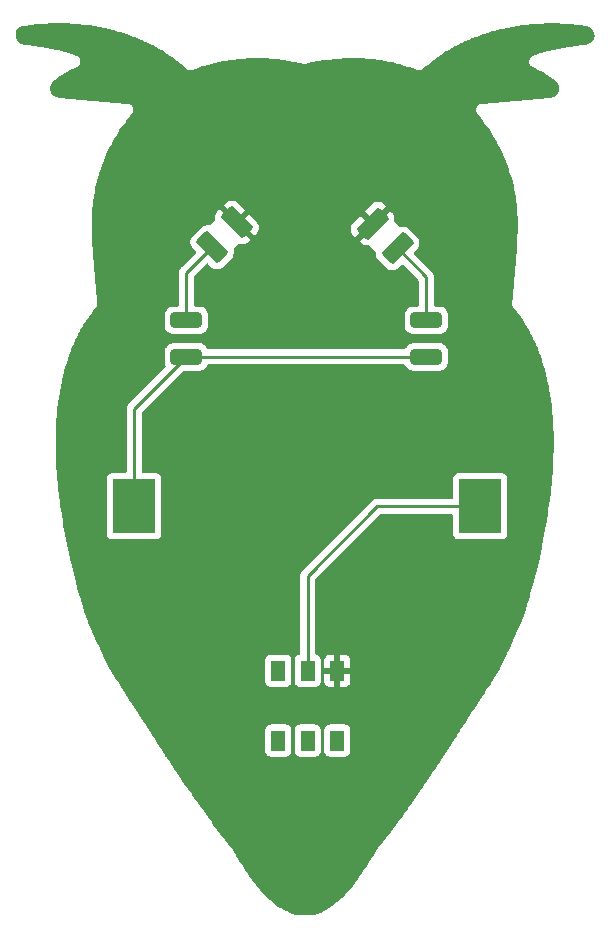
<source format=gbl>
G04 #@! TF.GenerationSoftware,KiCad,Pcbnew,(6.0.10)*
G04 #@! TF.CreationDate,2023-02-02T22:15:44+01:00*
G04 #@! TF.ProjectId,Eule,45756c65-2e6b-4696-9361-645f70636258,rev?*
G04 #@! TF.SameCoordinates,Original*
G04 #@! TF.FileFunction,Copper,L2,Bot*
G04 #@! TF.FilePolarity,Positive*
%FSLAX46Y46*%
G04 Gerber Fmt 4.6, Leading zero omitted, Abs format (unit mm)*
G04 Created by KiCad (PCBNEW (6.0.10)) date 2023-02-02 22:15:44*
%MOMM*%
%LPD*%
G01*
G04 APERTURE LIST*
G04 Aperture macros list*
%AMRoundRect*
0 Rectangle with rounded corners*
0 $1 Rounding radius*
0 $2 $3 $4 $5 $6 $7 $8 $9 X,Y pos of 4 corners*
0 Add a 4 corners polygon primitive as box body*
4,1,4,$2,$3,$4,$5,$6,$7,$8,$9,$2,$3,0*
0 Add four circle primitives for the rounded corners*
1,1,$1+$1,$2,$3*
1,1,$1+$1,$4,$5*
1,1,$1+$1,$6,$7*
1,1,$1+$1,$8,$9*
0 Add four rect primitives between the rounded corners*
20,1,$1+$1,$2,$3,$4,$5,0*
20,1,$1+$1,$4,$5,$6,$7,0*
20,1,$1+$1,$6,$7,$8,$9,0*
20,1,$1+$1,$8,$9,$2,$3,0*%
G04 Aperture macros list end*
G04 #@! TA.AperFunction,SMDPad,CuDef*
%ADD10R,1.200000X1.700000*%
G04 #@! TD*
G04 #@! TA.AperFunction,SMDPad,CuDef*
%ADD11R,3.600000X4.600000*%
G04 #@! TD*
G04 #@! TA.AperFunction,SMDPad,CuDef*
%ADD12RoundRect,0.250000X1.075000X-0.400000X1.075000X0.400000X-1.075000X0.400000X-1.075000X-0.400000X0*%
G04 #@! TD*
G04 #@! TA.AperFunction,SMDPad,CuDef*
%ADD13RoundRect,0.250001X-0.433103X1.087175X-1.087175X0.433103X0.433103X-1.087175X1.087175X-0.433103X0*%
G04 #@! TD*
G04 #@! TA.AperFunction,SMDPad,CuDef*
%ADD14RoundRect,0.250001X-1.087175X-0.433103X-0.433103X-1.087175X1.087175X0.433103X0.433103X1.087175X0*%
G04 #@! TD*
G04 #@! TA.AperFunction,Conductor*
%ADD15C,0.250000*%
G04 #@! TD*
G04 APERTURE END LIST*
D10*
X58500000Y-85050000D03*
X56000000Y-85050000D03*
X53500000Y-85050000D03*
X58500000Y-90950000D03*
X56000000Y-90950000D03*
X53500000Y-90950000D03*
D11*
X41290000Y-71120000D03*
X70590000Y-71120000D03*
D12*
X66040000Y-58470000D03*
X66040000Y-55370000D03*
D13*
X50010000Y-47080000D03*
X47906358Y-49183642D03*
D14*
X61495376Y-47185376D03*
X63599018Y-49289018D03*
D12*
X45720000Y-58470000D03*
X45720000Y-55370000D03*
D15*
X61880000Y-71120000D02*
X56000000Y-77000000D01*
X56000000Y-77000000D02*
X56000000Y-85050000D01*
X70590000Y-71120000D02*
X61880000Y-71120000D01*
X41290000Y-71120000D02*
X41290000Y-62900000D01*
X66040000Y-58470000D02*
X45720000Y-58470000D01*
X41290000Y-62900000D02*
X45720000Y-58470000D01*
X45720000Y-55370000D02*
X45720000Y-51370000D01*
X45720000Y-51370000D02*
X47906358Y-49183642D01*
X66040000Y-55370000D02*
X66040000Y-51730000D01*
X66040000Y-51730000D02*
X63599018Y-49289018D01*
G04 #@! TA.AperFunction,Conductor*
G36*
X35153495Y-30230535D02*
G01*
X35646550Y-30242159D01*
X35649865Y-30242281D01*
X36130934Y-30266479D01*
X36133855Y-30266662D01*
X36365509Y-30283857D01*
X36603452Y-30301519D01*
X36606583Y-30301790D01*
X37063483Y-30347189D01*
X37066753Y-30347558D01*
X37512361Y-30403621D01*
X37515189Y-30404009D01*
X37949888Y-30468731D01*
X37953148Y-30469260D01*
X37986301Y-30475088D01*
X38375139Y-30543446D01*
X38378204Y-30544025D01*
X38788094Y-30626773D01*
X38789055Y-30626967D01*
X38791932Y-30627583D01*
X39180998Y-30715708D01*
X39192592Y-30718334D01*
X39195388Y-30719001D01*
X39208735Y-30722346D01*
X39583507Y-30816271D01*
X39586590Y-30817087D01*
X39963902Y-30922002D01*
X39966580Y-30922780D01*
X40184635Y-30988770D01*
X40332725Y-31033587D01*
X40335488Y-31034458D01*
X40401024Y-31055948D01*
X40690017Y-31150712D01*
X40692964Y-31151719D01*
X41036621Y-31273973D01*
X41038896Y-31274808D01*
X41274498Y-31364010D01*
X41371613Y-31400779D01*
X41374515Y-31401919D01*
X41694700Y-31532294D01*
X41697237Y-31533359D01*
X41883129Y-31613932D01*
X42007749Y-31667947D01*
X42010138Y-31669013D01*
X42055745Y-31689916D01*
X42309835Y-31806374D01*
X42312295Y-31807534D01*
X42600896Y-31947521D01*
X42603340Y-31948739D01*
X42880918Y-32090889D01*
X42883007Y-32091983D01*
X43026553Y-32168919D01*
X43149448Y-32234787D01*
X43151929Y-32236154D01*
X43407659Y-32380781D01*
X43409577Y-32381888D01*
X43654942Y-32526615D01*
X43657137Y-32527942D01*
X43891158Y-32672768D01*
X43892837Y-32673825D01*
X43959219Y-32716377D01*
X44116153Y-32816976D01*
X44118697Y-32818651D01*
X44169500Y-32852977D01*
X44325077Y-32958096D01*
X44331149Y-32962199D01*
X44332371Y-32963035D01*
X44477272Y-33063510D01*
X44535758Y-33104064D01*
X44537919Y-33105596D01*
X44727911Y-33243341D01*
X44729722Y-33244679D01*
X44910763Y-33380936D01*
X44912543Y-33382301D01*
X45082503Y-33515022D01*
X45083880Y-33516112D01*
X45243954Y-33644744D01*
X45245752Y-33646217D01*
X45394179Y-33770064D01*
X45395777Y-33771420D01*
X45414984Y-33787996D01*
X45535117Y-33891672D01*
X45536098Y-33892528D01*
X45604492Y-33952875D01*
X45664762Y-34006055D01*
X45666651Y-34007756D01*
X45694296Y-34033159D01*
X45709305Y-34049626D01*
X45719440Y-34062942D01*
X45730515Y-34071115D01*
X45750893Y-34086153D01*
X45755981Y-34090347D01*
X45756015Y-34090305D01*
X45759521Y-34093094D01*
X45762822Y-34096128D01*
X45773020Y-34103119D01*
X45783370Y-34110214D01*
X45786941Y-34112755D01*
X45829417Y-34144100D01*
X45836640Y-34149430D01*
X45844773Y-34152410D01*
X45845391Y-34152729D01*
X45852539Y-34157629D01*
X45861067Y-34160421D01*
X45861070Y-34160423D01*
X45911257Y-34176856D01*
X45915402Y-34178294D01*
X45964970Y-34196459D01*
X45964978Y-34196461D01*
X45973403Y-34199548D01*
X45982046Y-34200126D01*
X45982728Y-34200258D01*
X45990964Y-34202955D01*
X45999937Y-34203242D01*
X45999938Y-34203242D01*
X46015088Y-34203726D01*
X46052767Y-34204930D01*
X46057092Y-34205144D01*
X46118737Y-34209266D01*
X46127197Y-34207395D01*
X46127888Y-34207330D01*
X46136547Y-34207607D01*
X46196372Y-34192170D01*
X46200635Y-34191149D01*
X46223267Y-34186142D01*
X46228013Y-34185092D01*
X46232541Y-34183325D01*
X46237204Y-34181908D01*
X46237242Y-34182032D01*
X46243535Y-34180000D01*
X46254299Y-34177222D01*
X46268891Y-34173457D01*
X46268894Y-34173456D01*
X46277585Y-34171213D01*
X46285301Y-34166619D01*
X46295333Y-34160646D01*
X46313974Y-34151535D01*
X46437999Y-34103119D01*
X46447001Y-34099605D01*
X46448958Y-34098860D01*
X46457658Y-34095630D01*
X46556971Y-34058756D01*
X46641240Y-34027468D01*
X46643133Y-34026782D01*
X46849883Y-33953755D01*
X46852463Y-33952875D01*
X47074488Y-33879816D01*
X47076647Y-33879127D01*
X47315651Y-33805218D01*
X47317472Y-33804670D01*
X47433372Y-33770737D01*
X47569194Y-33730971D01*
X47571839Y-33730229D01*
X47837589Y-33658792D01*
X47840129Y-33658137D01*
X48120319Y-33589049D01*
X48122473Y-33588538D01*
X48416493Y-33521498D01*
X48419497Y-33520851D01*
X48551662Y-33494088D01*
X48726796Y-33458624D01*
X48729190Y-33458164D01*
X49050836Y-33399596D01*
X49053704Y-33399109D01*
X49387477Y-33346357D01*
X49390190Y-33345959D01*
X49738078Y-33298870D01*
X49740900Y-33298520D01*
X50100882Y-33258095D01*
X50103594Y-33257820D01*
X50476028Y-33224224D01*
X50479446Y-33223963D01*
X50604306Y-33216140D01*
X50863034Y-33199929D01*
X50865718Y-33199789D01*
X51262374Y-33183422D01*
X51265786Y-33183328D01*
X51539019Y-33179461D01*
X51673056Y-33177564D01*
X51676251Y-33177559D01*
X52096517Y-33182379D01*
X52099487Y-33182449D01*
X52341852Y-33191104D01*
X52531823Y-33197889D01*
X52535015Y-33198044D01*
X52976052Y-33225007D01*
X52979578Y-33225272D01*
X53432289Y-33265727D01*
X53435648Y-33266072D01*
X53900109Y-33320148D01*
X53903283Y-33320559D01*
X54377424Y-33388154D01*
X54380905Y-33388700D01*
X54865027Y-33471638D01*
X54868618Y-33472307D01*
X55365081Y-33572377D01*
X55367187Y-33572822D01*
X55654391Y-33636007D01*
X55655071Y-33636159D01*
X55728839Y-33652996D01*
X55745503Y-33651994D01*
X55758916Y-33651187D01*
X55775834Y-33651308D01*
X55796924Y-33652878D01*
X55796926Y-33652878D01*
X55805875Y-33653544D01*
X55839391Y-33646393D01*
X55839806Y-33646321D01*
X55840555Y-33646276D01*
X55842584Y-33645834D01*
X55842589Y-33645833D01*
X55868775Y-33640127D01*
X55869311Y-33640011D01*
X55948327Y-33623154D01*
X55949232Y-33622666D01*
X55950194Y-33622386D01*
X55996496Y-33612297D01*
X56369447Y-33531031D01*
X56385207Y-33527597D01*
X56388412Y-33526942D01*
X56874680Y-33434135D01*
X56878119Y-33433528D01*
X57353992Y-33356307D01*
X57357369Y-33355806D01*
X57597642Y-33323471D01*
X57823695Y-33293050D01*
X57826871Y-33292664D01*
X58188856Y-33253468D01*
X58280990Y-33243492D01*
X58284474Y-33243164D01*
X58387065Y-33234930D01*
X58728969Y-33207489D01*
X58731985Y-33207284D01*
X58957788Y-33194711D01*
X59164326Y-33183212D01*
X59167880Y-33183064D01*
X59389348Y-33176996D01*
X59588978Y-33171527D01*
X59592084Y-33171480D01*
X59748470Y-33171113D01*
X60002582Y-33170517D01*
X60005616Y-33170547D01*
X60218539Y-33175175D01*
X60403840Y-33179203D01*
X60407017Y-33179313D01*
X60792481Y-33197532D01*
X60795875Y-33197738D01*
X60957658Y-33209768D01*
X61170717Y-33225611D01*
X61173267Y-33225828D01*
X61535838Y-33260450D01*
X61538921Y-33260783D01*
X61699701Y-33280165D01*
X61888600Y-33302936D01*
X61891587Y-33303332D01*
X61961269Y-33313428D01*
X62228831Y-33352194D01*
X62231621Y-33352631D01*
X62555774Y-33407296D01*
X62558406Y-33407769D01*
X62870534Y-33467313D01*
X62872922Y-33467793D01*
X63116000Y-33519214D01*
X63171861Y-33531031D01*
X63174597Y-33531642D01*
X63458226Y-33598267D01*
X63461183Y-33598999D01*
X63593402Y-33633450D01*
X63732955Y-33669812D01*
X63734787Y-33670305D01*
X63868963Y-33707576D01*
X63993043Y-33742043D01*
X63995741Y-33742825D01*
X64238017Y-33815982D01*
X64240370Y-33816718D01*
X64469575Y-33890900D01*
X64471876Y-33891670D01*
X64686856Y-33965866D01*
X64688894Y-33966590D01*
X64890080Y-34040010D01*
X64891915Y-34040695D01*
X65078150Y-34111959D01*
X65080194Y-34112762D01*
X65134494Y-34134632D01*
X65157326Y-34143828D01*
X65166671Y-34147592D01*
X65186480Y-34157685D01*
X65200762Y-34166632D01*
X65209405Y-34169072D01*
X65209408Y-34169073D01*
X65238275Y-34177222D01*
X65244445Y-34179328D01*
X65244464Y-34179270D01*
X65248734Y-34180646D01*
X65252888Y-34182319D01*
X65276978Y-34188231D01*
X65277174Y-34188279D01*
X65281373Y-34189386D01*
X65332305Y-34203763D01*
X65332307Y-34203763D01*
X65340943Y-34206201D01*
X65349630Y-34206119D01*
X65350084Y-34206172D01*
X65358526Y-34208244D01*
X65420413Y-34205529D01*
X65424696Y-34205416D01*
X65486593Y-34204835D01*
X65494904Y-34202320D01*
X65495370Y-34202241D01*
X65504043Y-34201860D01*
X65562634Y-34181901D01*
X65566765Y-34180573D01*
X65617412Y-34165246D01*
X65626007Y-34162645D01*
X65633275Y-34157900D01*
X65633701Y-34157693D01*
X65641920Y-34154893D01*
X65692596Y-34119263D01*
X65696149Y-34116856D01*
X65715646Y-34104128D01*
X65715652Y-34104123D01*
X65719724Y-34101465D01*
X65723339Y-34098211D01*
X65727201Y-34095241D01*
X65727285Y-34095351D01*
X65732398Y-34091278D01*
X65753730Y-34076279D01*
X65753732Y-34076277D01*
X65761074Y-34071115D01*
X65774037Y-34054870D01*
X65788230Y-34039809D01*
X65876382Y-33960473D01*
X65877509Y-33959471D01*
X66010367Y-33842747D01*
X66012054Y-33841290D01*
X66154239Y-33720761D01*
X66156056Y-33719250D01*
X66311722Y-33592233D01*
X66312808Y-33591357D01*
X66478945Y-33458832D01*
X66480573Y-33457555D01*
X66653455Y-33324352D01*
X66655795Y-33322593D01*
X66667163Y-33314257D01*
X66743746Y-33258096D01*
X66841355Y-33186516D01*
X66842678Y-33185559D01*
X67039885Y-33044833D01*
X67042079Y-33043302D01*
X67112540Y-32995246D01*
X67249218Y-32902028D01*
X67250783Y-32900979D01*
X67470149Y-32756659D01*
X67471823Y-32755578D01*
X67699556Y-32611092D01*
X67701915Y-32609632D01*
X67940742Y-32465381D01*
X67942787Y-32464171D01*
X68192595Y-32319646D01*
X68195018Y-32318280D01*
X68456921Y-32174377D01*
X68458896Y-32173315D01*
X68706536Y-32042932D01*
X68730642Y-32030240D01*
X68733137Y-32028962D01*
X68766613Y-32012281D01*
X69015742Y-31888138D01*
X69018144Y-31886972D01*
X69311064Y-31748677D01*
X69313483Y-31747567D01*
X69619101Y-31611095D01*
X69621497Y-31610055D01*
X69936585Y-31477488D01*
X69939187Y-31476429D01*
X70265578Y-31347793D01*
X70268313Y-31346751D01*
X70464010Y-31274828D01*
X70605579Y-31222798D01*
X70608295Y-31221836D01*
X70958008Y-31102375D01*
X70960534Y-31101541D01*
X71228528Y-31016270D01*
X71320444Y-30987024D01*
X71323509Y-30986092D01*
X71579292Y-30911875D01*
X71694406Y-30878474D01*
X71697301Y-30877671D01*
X72079842Y-30776495D01*
X72082699Y-30775775D01*
X72251185Y-30735404D01*
X72477114Y-30681269D01*
X72480005Y-30680614D01*
X72884547Y-30593927D01*
X72887727Y-30593288D01*
X73304738Y-30515098D01*
X73307516Y-30514609D01*
X73358381Y-30506246D01*
X73736616Y-30444059D01*
X73739700Y-30443593D01*
X74118834Y-30391097D01*
X74178335Y-30382859D01*
X74181672Y-30382442D01*
X74632888Y-30332199D01*
X74635826Y-30331907D01*
X74810370Y-30316602D01*
X75099723Y-30291231D01*
X75102716Y-30291004D01*
X75339221Y-30276042D01*
X75577080Y-30260994D01*
X75580279Y-30260833D01*
X75873593Y-30249753D01*
X76067561Y-30242426D01*
X76070565Y-30242348D01*
X76295918Y-30239280D01*
X76568983Y-30235562D01*
X76572135Y-30235558D01*
X77082074Y-30241374D01*
X77085309Y-30241453D01*
X77608302Y-30260859D01*
X77611404Y-30261012D01*
X78146205Y-30294073D01*
X78149153Y-30294290D01*
X78433116Y-30318543D01*
X78696117Y-30341005D01*
X78699112Y-30341298D01*
X79258934Y-30402741D01*
X79261490Y-30403049D01*
X79411271Y-30422693D01*
X79545830Y-30440341D01*
X79551389Y-30441197D01*
X79652152Y-30459018D01*
X79664820Y-30461939D01*
X79740047Y-30483433D01*
X79750326Y-30486855D01*
X79802324Y-30506684D01*
X79812215Y-30510456D01*
X79824097Y-30515704D01*
X79872927Y-30540352D01*
X79883343Y-30546246D01*
X79923819Y-30571763D01*
X79933801Y-30578753D01*
X79971068Y-30607636D01*
X79978172Y-30613572D01*
X80008835Y-30641169D01*
X80017185Y-30649420D01*
X80040233Y-30674421D01*
X80046286Y-30681495D01*
X80071390Y-30713125D01*
X80075345Y-30718384D01*
X80095793Y-30747109D01*
X80100321Y-30753929D01*
X80116584Y-30780238D01*
X80119227Y-30784717D01*
X80138297Y-30818620D01*
X80138877Y-30819662D01*
X80146141Y-30832866D01*
X80147782Y-30835850D01*
X80152090Y-30844444D01*
X80160327Y-30862567D01*
X80160333Y-30862579D01*
X80162188Y-30866659D01*
X80164603Y-30870436D01*
X80166742Y-30874373D01*
X80170299Y-30880639D01*
X80196380Y-30932802D01*
X80200670Y-30942354D01*
X80212718Y-30972472D01*
X80226990Y-31008152D01*
X80229848Y-31016054D01*
X80251559Y-31082996D01*
X80254254Y-31092582D01*
X80268319Y-31151442D01*
X80270562Y-31163342D01*
X80275130Y-31196166D01*
X80277811Y-31215438D01*
X80278937Y-31228451D01*
X80280537Y-31274828D01*
X80280592Y-31276426D01*
X80280302Y-31290343D01*
X80277486Y-31327277D01*
X80276550Y-31339547D01*
X80274817Y-31352861D01*
X80265747Y-31401919D01*
X80265686Y-31402248D01*
X80262195Y-31416456D01*
X80247005Y-31465722D01*
X80241861Y-31479491D01*
X80217437Y-31534790D01*
X80211414Y-31546681D01*
X80176102Y-31608095D01*
X80168779Y-31619385D01*
X80117678Y-31689650D01*
X80110556Y-31698564D01*
X80067628Y-31747567D01*
X80033216Y-31786849D01*
X80029265Y-31791153D01*
X80027007Y-31793502D01*
X80018720Y-31802120D01*
X80016993Y-31803880D01*
X79988247Y-31832626D01*
X79983445Y-31837183D01*
X79978523Y-31841613D01*
X79965701Y-31853154D01*
X79961735Y-31856575D01*
X79941630Y-31873200D01*
X79940074Y-31874487D01*
X79931830Y-31880752D01*
X79905988Y-31898763D01*
X79898368Y-31903676D01*
X79872295Y-31919188D01*
X79858932Y-31927138D01*
X79850858Y-31931551D01*
X79801660Y-31956150D01*
X79791919Y-31960515D01*
X79733609Y-31983731D01*
X79723651Y-31987220D01*
X79650052Y-32009594D01*
X79639630Y-32012281D01*
X79528975Y-32035825D01*
X79527599Y-32036110D01*
X79527390Y-32036152D01*
X79527058Y-32036218D01*
X79520687Y-32037330D01*
X79485882Y-32042485D01*
X79484523Y-32042679D01*
X79463307Y-32045586D01*
X79419473Y-32051590D01*
X79417712Y-32051818D01*
X79370721Y-32057561D01*
X79368714Y-32057738D01*
X79366691Y-32057691D01*
X79361861Y-32058329D01*
X79361860Y-32058329D01*
X79330433Y-32062480D01*
X79329221Y-32062634D01*
X79296066Y-32066686D01*
X79294111Y-32067214D01*
X79292106Y-32067542D01*
X79254955Y-32072448D01*
X79222056Y-32076793D01*
X79221944Y-32076808D01*
X79121849Y-32089936D01*
X79101529Y-32092601D01*
X79100885Y-32092684D01*
X79005956Y-32104637D01*
X79004321Y-32104786D01*
X79002613Y-32104750D01*
X78998187Y-32105344D01*
X78998188Y-32105344D01*
X78965999Y-32109664D01*
X78964982Y-32109797D01*
X78935609Y-32113496D01*
X78935607Y-32113496D01*
X78931242Y-32114046D01*
X78929593Y-32114498D01*
X78927943Y-32114772D01*
X78883911Y-32120683D01*
X78853165Y-32124810D01*
X78852405Y-32124884D01*
X78851546Y-32124869D01*
X78849171Y-32125198D01*
X78849167Y-32125198D01*
X78828155Y-32128105D01*
X78813560Y-32130125D01*
X78813103Y-32130187D01*
X78778163Y-32134877D01*
X78777335Y-32135111D01*
X78776577Y-32135242D01*
X78692231Y-32146912D01*
X78691724Y-32146963D01*
X78691142Y-32146955D01*
X78652735Y-32152377D01*
X78652544Y-32152404D01*
X78617137Y-32157303D01*
X78616573Y-32157465D01*
X78616074Y-32157553D01*
X78520686Y-32171019D01*
X78519952Y-32171095D01*
X78519109Y-32171087D01*
X78516789Y-32171424D01*
X78516779Y-32171425D01*
X78481295Y-32176579D01*
X78480800Y-32176650D01*
X78478725Y-32176943D01*
X78445762Y-32181597D01*
X78444955Y-32181831D01*
X78444192Y-32181968D01*
X78339637Y-32197155D01*
X78338799Y-32197246D01*
X78337878Y-32197240D01*
X78335337Y-32197620D01*
X78335323Y-32197622D01*
X78300143Y-32202890D01*
X78299596Y-32202971D01*
X78291335Y-32204171D01*
X78264773Y-32208029D01*
X78263886Y-32208291D01*
X78263058Y-32208443D01*
X78149910Y-32225385D01*
X78147687Y-32225642D01*
X78145470Y-32225653D01*
X78109712Y-32231396D01*
X78108446Y-32231593D01*
X78095224Y-32233573D01*
X78075590Y-32236513D01*
X78073470Y-32237148D01*
X78071219Y-32237579D01*
X77951923Y-32256741D01*
X77950967Y-32256859D01*
X77949893Y-32256870D01*
X77922053Y-32261487D01*
X77912489Y-32263073D01*
X77911856Y-32263177D01*
X77880189Y-32268263D01*
X77880186Y-32268264D01*
X77877307Y-32268726D01*
X77876290Y-32269042D01*
X77875318Y-32269236D01*
X77750232Y-32289979D01*
X77748984Y-32290141D01*
X77747640Y-32290163D01*
X77710371Y-32296589D01*
X77710086Y-32296637D01*
X77675791Y-32302324D01*
X77674505Y-32302731D01*
X77673275Y-32302985D01*
X77543615Y-32325339D01*
X77541138Y-32325683D01*
X77538713Y-32325751D01*
X77533926Y-32326634D01*
X77503471Y-32332251D01*
X77502027Y-32332509D01*
X77474027Y-32337337D01*
X77474025Y-32337337D01*
X77469620Y-32338097D01*
X77467307Y-32338845D01*
X77464820Y-32339381D01*
X77331867Y-32363907D01*
X77330199Y-32364155D01*
X77328418Y-32364220D01*
X77292239Y-32371211D01*
X77291236Y-32371401D01*
X77285970Y-32372373D01*
X77262253Y-32376747D01*
X77262247Y-32376748D01*
X77257848Y-32377560D01*
X77256169Y-32378125D01*
X77254467Y-32378510D01*
X77120668Y-32404364D01*
X77119208Y-32404594D01*
X77117654Y-32404662D01*
X77113628Y-32405471D01*
X77081082Y-32412011D01*
X77080208Y-32412183D01*
X77046674Y-32418663D01*
X77045198Y-32419174D01*
X77043737Y-32419516D01*
X76907516Y-32446891D01*
X76903926Y-32447498D01*
X76900690Y-32447691D01*
X76895931Y-32448726D01*
X76895928Y-32448726D01*
X76886855Y-32450699D01*
X76866836Y-32455050D01*
X76865078Y-32455419D01*
X76834019Y-32461660D01*
X76830969Y-32462741D01*
X76827317Y-32463642D01*
X76692579Y-32492932D01*
X76689244Y-32493549D01*
X76686186Y-32493777D01*
X76673170Y-32496810D01*
X76652216Y-32501692D01*
X76650389Y-32502103D01*
X76623687Y-32507908D01*
X76623682Y-32507909D01*
X76619300Y-32508862D01*
X76616434Y-32509929D01*
X76613059Y-32510816D01*
X76581340Y-32518207D01*
X76479139Y-32542021D01*
X76476453Y-32542555D01*
X76473853Y-32542782D01*
X76469125Y-32543946D01*
X76469122Y-32543947D01*
X76439279Y-32551297D01*
X76437742Y-32551665D01*
X76410422Y-32558031D01*
X76410408Y-32558035D01*
X76406045Y-32559052D01*
X76403620Y-32559996D01*
X76400909Y-32560749D01*
X76361194Y-32570531D01*
X76269769Y-32593049D01*
X76265230Y-32594027D01*
X76261412Y-32594433D01*
X76228817Y-32603114D01*
X76226571Y-32603689D01*
X76201290Y-32609916D01*
X76201286Y-32609917D01*
X76196935Y-32610989D01*
X76193398Y-32612417D01*
X76188806Y-32613769D01*
X76061299Y-32647730D01*
X76057262Y-32648677D01*
X76053736Y-32649113D01*
X76049049Y-32650449D01*
X76049047Y-32650449D01*
X76020903Y-32658469D01*
X76018825Y-32659042D01*
X75988849Y-32667026D01*
X75985589Y-32668414D01*
X75981531Y-32669690D01*
X75859870Y-32704359D01*
X75853819Y-32705908D01*
X75849198Y-32706589D01*
X75844557Y-32708028D01*
X75844550Y-32708030D01*
X75818342Y-32716159D01*
X75815553Y-32716988D01*
X75787524Y-32724976D01*
X75783434Y-32726802D01*
X75782817Y-32727026D01*
X75777099Y-32728951D01*
X75662120Y-32764614D01*
X75656344Y-32766255D01*
X75652420Y-32767269D01*
X75647625Y-32768120D01*
X75643024Y-32769697D01*
X75643015Y-32769699D01*
X75618961Y-32777942D01*
X75615445Y-32779089D01*
X75593775Y-32785811D01*
X75593768Y-32785814D01*
X75589489Y-32787141D01*
X75585439Y-32789063D01*
X75581265Y-32790691D01*
X75581206Y-32790541D01*
X75575906Y-32792698D01*
X75492594Y-32821249D01*
X75468794Y-32829405D01*
X75466999Y-32829953D01*
X75465116Y-32830305D01*
X75430425Y-32842550D01*
X75429496Y-32842873D01*
X75409665Y-32849668D01*
X75405538Y-32851003D01*
X75402518Y-32851922D01*
X75397761Y-32852977D01*
X75370709Y-32863552D01*
X75366801Y-32865005D01*
X75342330Y-32873642D01*
X75338354Y-32875720D01*
X75334245Y-32877508D01*
X75334215Y-32877439D01*
X75328308Y-32880127D01*
X75176812Y-32939347D01*
X75171577Y-32941226D01*
X75167377Y-32942252D01*
X75162893Y-32944116D01*
X75162881Y-32944120D01*
X75137035Y-32954865D01*
X75134541Y-32955871D01*
X75119756Y-32961651D01*
X75106858Y-32966693D01*
X75103109Y-32968815D01*
X75097833Y-32971164D01*
X75075751Y-32980344D01*
X75062120Y-32985114D01*
X75035422Y-32992771D01*
X75035421Y-32992771D01*
X75026793Y-32995246D01*
X75019205Y-33000044D01*
X75019204Y-33000044D01*
X75011142Y-33005141D01*
X74977868Y-33026179D01*
X74972664Y-33029469D01*
X74969703Y-33031285D01*
X74922294Y-33059461D01*
X74922291Y-33059463D01*
X74914577Y-33064048D01*
X74909711Y-33069271D01*
X74903678Y-33073085D01*
X74861300Y-33121159D01*
X74858969Y-33123731D01*
X74821400Y-33164053D01*
X74821398Y-33164056D01*
X74815284Y-33170618D01*
X74812079Y-33176996D01*
X74807360Y-33182350D01*
X74803556Y-33190472D01*
X74803554Y-33190475D01*
X74780185Y-33240371D01*
X74778668Y-33243495D01*
X74753922Y-33292747D01*
X74753919Y-33292756D01*
X74749892Y-33300771D01*
X74748606Y-33307794D01*
X74745579Y-33314257D01*
X74740611Y-33346361D01*
X74735781Y-33377569D01*
X74735203Y-33380991D01*
X74725473Y-33434135D01*
X74723658Y-33444047D01*
X74724395Y-33451150D01*
X74723304Y-33458201D01*
X74731596Y-33521152D01*
X74731671Y-33521724D01*
X74732075Y-33525154D01*
X74738692Y-33588927D01*
X74741392Y-33595535D01*
X74742324Y-33602612D01*
X74768195Y-33661259D01*
X74769538Y-33664422D01*
X74787170Y-33707576D01*
X74793784Y-33723764D01*
X74798231Y-33729349D01*
X74801111Y-33735879D01*
X74806894Y-33742746D01*
X74806895Y-33742747D01*
X74842391Y-33784894D01*
X74844592Y-33787582D01*
X74884507Y-33837719D01*
X74890342Y-33841831D01*
X74894939Y-33847290D01*
X74948336Y-33882762D01*
X74951180Y-33884709D01*
X74996229Y-33916459D01*
X75003566Y-33921630D01*
X75042060Y-33934791D01*
X75054037Y-33939584D01*
X75273911Y-34040933D01*
X75276370Y-34042099D01*
X75501778Y-34151962D01*
X75504324Y-34153239D01*
X75715262Y-34262018D01*
X75717506Y-34263204D01*
X75909365Y-34367089D01*
X75912319Y-34368740D01*
X76090126Y-34471285D01*
X76091636Y-34472170D01*
X76253109Y-34568307D01*
X76256165Y-34570185D01*
X76400305Y-34661658D01*
X76401987Y-34662745D01*
X76532093Y-34748243D01*
X76534315Y-34749737D01*
X76648944Y-34828602D01*
X76650844Y-34829935D01*
X76699935Y-34865064D01*
X76750663Y-34901365D01*
X76752416Y-34902643D01*
X76832968Y-34962409D01*
X76836131Y-34964834D01*
X76875052Y-34995667D01*
X76904913Y-35019323D01*
X76959375Y-35062547D01*
X76962708Y-35065287D01*
X76997735Y-35095097D01*
X77003863Y-35100676D01*
X77007034Y-35104280D01*
X77026070Y-35120143D01*
X77035280Y-35128630D01*
X77106194Y-35200812D01*
X77116242Y-35212367D01*
X77165066Y-35275939D01*
X77173673Y-35288687D01*
X77214821Y-35358483D01*
X77221304Y-35371045D01*
X77253533Y-35443176D01*
X77259043Y-35457918D01*
X77282055Y-35533601D01*
X77285414Y-35547410D01*
X77295666Y-35603062D01*
X77299769Y-35625333D01*
X77301642Y-35640855D01*
X77306220Y-35719689D01*
X77306220Y-35734299D01*
X77301577Y-35814246D01*
X77299782Y-35829340D01*
X77284801Y-35912268D01*
X77281598Y-35925727D01*
X77264042Y-35984866D01*
X77259064Y-35998641D01*
X77224710Y-36078801D01*
X77218395Y-36091509D01*
X77178704Y-36161223D01*
X77169616Y-36175000D01*
X77122631Y-36236979D01*
X77113336Y-36247890D01*
X77056396Y-36307491D01*
X77045882Y-36317307D01*
X76983287Y-36369383D01*
X76971470Y-36378101D01*
X76906802Y-36420209D01*
X76893107Y-36427953D01*
X76822603Y-36462198D01*
X76808864Y-36467895D01*
X76732327Y-36494449D01*
X76718202Y-36498443D01*
X76701811Y-36502062D01*
X76637536Y-36516252D01*
X76622641Y-36518615D01*
X76557089Y-36525023D01*
X76530079Y-36527663D01*
X76529075Y-36527757D01*
X70781689Y-37043156D01*
X70777697Y-37043265D01*
X70773885Y-37042583D01*
X70764964Y-37043545D01*
X70764963Y-37043545D01*
X70704909Y-37050021D01*
X70702653Y-37050243D01*
X70678680Y-37052393D01*
X70678671Y-37052394D01*
X70674215Y-37052794D01*
X70670852Y-37053587D01*
X70666938Y-37054115D01*
X70656423Y-37055249D01*
X70637993Y-37057236D01*
X70637990Y-37057237D01*
X70629067Y-37058199D01*
X70608839Y-37066559D01*
X70589645Y-37072745D01*
X70577084Y-37075708D01*
X70577082Y-37075709D01*
X70568349Y-37077769D01*
X70539333Y-37094236D01*
X70525279Y-37101094D01*
X70502749Y-37110405D01*
X70502747Y-37110406D01*
X70494453Y-37113834D01*
X70487454Y-37119452D01*
X70487451Y-37119454D01*
X70477389Y-37127532D01*
X70460701Y-37138858D01*
X70441669Y-37149659D01*
X70426034Y-37165779D01*
X70418448Y-37173600D01*
X70406877Y-37184134D01*
X70387867Y-37199393D01*
X70387865Y-37199395D01*
X70380864Y-37205015D01*
X70375721Y-37212375D01*
X70368328Y-37222955D01*
X70355489Y-37238510D01*
X70340257Y-37254214D01*
X70336065Y-37262156D01*
X70324685Y-37283715D01*
X70316540Y-37297067D01*
X70297433Y-37324411D01*
X70294564Y-37332914D01*
X70294562Y-37332918D01*
X70290437Y-37345143D01*
X70282485Y-37363667D01*
X70272265Y-37383029D01*
X70270470Y-37391832D01*
X70265598Y-37415723D01*
X70261528Y-37430823D01*
X70250866Y-37462424D01*
X70250130Y-37480393D01*
X70249971Y-37484280D01*
X70247536Y-37504300D01*
X70245165Y-37515929D01*
X70243162Y-37525750D01*
X70243909Y-37534695D01*
X70245938Y-37558996D01*
X70246270Y-37574634D01*
X70245273Y-37598991D01*
X70244906Y-37607959D01*
X70250100Y-37628861D01*
X70250183Y-37629195D01*
X70253464Y-37649090D01*
X70255286Y-37670903D01*
X70258514Y-37679280D01*
X70267280Y-37702030D01*
X70271986Y-37716944D01*
X70277866Y-37740604D01*
X70277867Y-37740608D01*
X70280032Y-37749318D01*
X70291061Y-37768227D01*
X70299787Y-37786386D01*
X70307661Y-37806818D01*
X70313108Y-37813949D01*
X70328288Y-37833822D01*
X70331771Y-37838612D01*
X70333976Y-37841799D01*
X70336422Y-37845992D01*
X70352827Y-37866175D01*
X70354520Y-37868258D01*
X70356870Y-37871241D01*
X70396078Y-37922570D01*
X70401179Y-37926321D01*
X70406170Y-37931802D01*
X70672083Y-38258950D01*
X70674540Y-38262074D01*
X70825899Y-38460828D01*
X70959953Y-38636859D01*
X70962094Y-38639756D01*
X71102723Y-38835829D01*
X71230249Y-39013635D01*
X71232402Y-39016734D01*
X71424702Y-39302605D01*
X71482499Y-39388526D01*
X71484652Y-39391838D01*
X71595235Y-39567951D01*
X71716796Y-39761549D01*
X71718945Y-39765098D01*
X71873269Y-40029849D01*
X71934677Y-40135198D01*
X71936235Y-40137952D01*
X72137713Y-40504451D01*
X72139519Y-40507858D01*
X72283007Y-40788915D01*
X72324946Y-40871064D01*
X72326542Y-40874302D01*
X72468009Y-41172251D01*
X72497691Y-41234765D01*
X72499212Y-41238094D01*
X72656055Y-41594818D01*
X72657391Y-41597973D01*
X72800881Y-41950003D01*
X72802121Y-41953166D01*
X72933040Y-42301010D01*
X72934192Y-42304203D01*
X73052815Y-42647638D01*
X73053788Y-42650570D01*
X73077334Y-42724570D01*
X73155186Y-42969246D01*
X73160797Y-42986881D01*
X73161792Y-42990164D01*
X73257465Y-43322149D01*
X73258197Y-43324798D01*
X73344384Y-43650394D01*
X73345156Y-43653468D01*
X73420529Y-43970221D01*
X73421197Y-43973188D01*
X73438473Y-44054557D01*
X73487130Y-44283742D01*
X73487679Y-44286477D01*
X73545200Y-44590386D01*
X73545640Y-44592842D01*
X73595482Y-44888056D01*
X73595893Y-44890654D01*
X73638058Y-45177193D01*
X73638365Y-45179427D01*
X73669620Y-45423544D01*
X73673799Y-45456187D01*
X73674096Y-45458709D01*
X73702457Y-45722456D01*
X73702676Y-45724495D01*
X73702937Y-45727200D01*
X73719854Y-45925061D01*
X73725029Y-45985586D01*
X73725147Y-45987066D01*
X73743396Y-46234862D01*
X73743559Y-46237440D01*
X73755969Y-46471316D01*
X73756053Y-46473149D01*
X73759837Y-46571523D01*
X73764682Y-46697506D01*
X73764742Y-46699483D01*
X73767029Y-46801036D01*
X73769571Y-46913904D01*
X73769590Y-46914924D01*
X73772487Y-47115789D01*
X73772500Y-47117606D01*
X73772500Y-47304536D01*
X73772492Y-47305936D01*
X73770578Y-47478195D01*
X73770550Y-47479812D01*
X73770139Y-47496987D01*
X73766660Y-47642228D01*
X73762912Y-47783705D01*
X73762707Y-47791431D01*
X73762697Y-47791798D01*
X73759869Y-47887949D01*
X73759814Y-47888778D01*
X73759649Y-47889690D01*
X73759585Y-47892263D01*
X73759584Y-47892273D01*
X73758696Y-47927788D01*
X73758681Y-47928339D01*
X73757646Y-47963548D01*
X73757751Y-47964476D01*
X73757758Y-47965319D01*
X73755682Y-48048344D01*
X73755442Y-48056596D01*
X73753865Y-48110721D01*
X73753543Y-48116767D01*
X73753248Y-48120579D01*
X73752500Y-48125386D01*
X73752500Y-48155763D01*
X73752447Y-48159431D01*
X73752132Y-48170261D01*
X73751653Y-48186693D01*
X73752159Y-48191143D01*
X73752347Y-48195623D01*
X73752180Y-48195630D01*
X73752500Y-48201285D01*
X73752500Y-48231746D01*
X73752494Y-48233019D01*
X73751602Y-48321329D01*
X73751536Y-48324324D01*
X73747817Y-48434044D01*
X73747721Y-48436646D01*
X73743034Y-48563180D01*
X73742943Y-48565183D01*
X73737353Y-48670688D01*
X73735225Y-48710839D01*
X73728640Y-48832319D01*
X73726462Y-48872489D01*
X73726373Y-48873969D01*
X73723064Y-48923602D01*
X73717230Y-49011110D01*
X73717149Y-49011889D01*
X73716961Y-49012743D01*
X73716809Y-49015178D01*
X73716808Y-49015186D01*
X73714574Y-49050943D01*
X73714540Y-49051466D01*
X73712197Y-49086607D01*
X73712264Y-49087484D01*
X73712241Y-49088264D01*
X73702616Y-49242267D01*
X73702562Y-49243075D01*
X73688844Y-49442008D01*
X73688793Y-49442721D01*
X73672978Y-49653253D01*
X73660853Y-49811605D01*
X73658989Y-49835944D01*
X73658941Y-49836362D01*
X73658828Y-49836850D01*
X73655923Y-49875987D01*
X73653197Y-49911581D01*
X73653229Y-49912068D01*
X73653212Y-49912492D01*
X73639050Y-50103259D01*
X73638986Y-50104085D01*
X73629602Y-50220151D01*
X73620200Y-50336448D01*
X73606990Y-50494971D01*
X73603535Y-50536427D01*
X73603515Y-50536590D01*
X73603463Y-50536808D01*
X73600265Y-50575661D01*
X73600218Y-50575784D01*
X73600255Y-50575787D01*
X73597224Y-50612158D01*
X73597237Y-50612376D01*
X73597228Y-50612565D01*
X73592325Y-50672135D01*
X73583455Y-50779907D01*
X73583431Y-50780106D01*
X73583382Y-50780310D01*
X73580128Y-50820330D01*
X73577219Y-50855679D01*
X73577231Y-50855883D01*
X73577223Y-50856059D01*
X73569567Y-50950230D01*
X73560233Y-51065046D01*
X73539450Y-51309489D01*
X73539402Y-51310039D01*
X73521012Y-51515666D01*
X73520925Y-51516350D01*
X73520741Y-51517105D01*
X73517441Y-51555609D01*
X73514269Y-51591073D01*
X73514310Y-51591856D01*
X73514275Y-51592531D01*
X73513028Y-51607082D01*
X73496479Y-51800147D01*
X73496426Y-51800747D01*
X73478118Y-52002974D01*
X73478067Y-52003375D01*
X73477950Y-52003845D01*
X73474527Y-52042641D01*
X73471279Y-52078515D01*
X73471305Y-52079001D01*
X73471283Y-52079412D01*
X73453531Y-52280599D01*
X73441905Y-52410155D01*
X73436060Y-52475282D01*
X73436022Y-52475574D01*
X73435939Y-52475910D01*
X73435852Y-52476901D01*
X73435850Y-52476914D01*
X73432661Y-52513112D01*
X73432490Y-52515055D01*
X73429272Y-52550915D01*
X73429290Y-52551262D01*
X73429276Y-52551540D01*
X73424952Y-52600612D01*
X73412553Y-52741334D01*
X73412517Y-52741733D01*
X73403691Y-52838383D01*
X73396842Y-52913392D01*
X73396201Y-52920407D01*
X73396183Y-52920548D01*
X73396138Y-52920727D01*
X73392536Y-52960536D01*
X73392497Y-52960636D01*
X73392527Y-52960639D01*
X73389287Y-52996116D01*
X73389296Y-52996294D01*
X73389289Y-52996430D01*
X73373655Y-53169218D01*
X73365952Y-53250303D01*
X73358475Y-53329009D01*
X73358350Y-53329962D01*
X73358093Y-53330991D01*
X73354652Y-53369245D01*
X73351326Y-53404258D01*
X73351376Y-53405312D01*
X73351321Y-53406278D01*
X73337742Y-53557254D01*
X73337665Y-53558081D01*
X73324621Y-53693125D01*
X73324523Y-53693856D01*
X73324318Y-53694672D01*
X73320757Y-53733135D01*
X73317345Y-53768455D01*
X73317384Y-53769295D01*
X73317340Y-53770039D01*
X73309237Y-53857549D01*
X73308999Y-53859425D01*
X73308546Y-53861294D01*
X73308141Y-53866155D01*
X73307853Y-53869611D01*
X73305147Y-53883785D01*
X73305150Y-53883786D01*
X73303792Y-53892658D01*
X73301189Y-53901248D01*
X73301102Y-53910222D01*
X73300704Y-53951304D01*
X73300275Y-53960541D01*
X73299224Y-53973158D01*
X73299489Y-53977633D01*
X73300058Y-53987251D01*
X73300272Y-53995914D01*
X73299778Y-54046898D01*
X73302213Y-54055536D01*
X73303371Y-54064219D01*
X73305119Y-54072782D01*
X73305649Y-54081741D01*
X73310624Y-54095645D01*
X73322832Y-54129767D01*
X73325468Y-54138020D01*
X73329435Y-54152090D01*
X73339303Y-54187091D01*
X73344065Y-54194699D01*
X73347616Y-54202714D01*
X73351695Y-54210439D01*
X73354717Y-54218885D01*
X73384469Y-54259854D01*
X73384688Y-54260156D01*
X73389538Y-54267343D01*
X73398685Y-54281957D01*
X73401870Y-54285635D01*
X73401872Y-54285637D01*
X73406500Y-54290980D01*
X73413206Y-54299428D01*
X73440304Y-54336744D01*
X73447406Y-54342236D01*
X73447407Y-54342237D01*
X73448014Y-54342706D01*
X73466182Y-54359892D01*
X73489072Y-54386321D01*
X73518344Y-54420120D01*
X73519639Y-54421640D01*
X73616780Y-54537463D01*
X73618187Y-54539171D01*
X73721426Y-54666812D01*
X73722633Y-54668329D01*
X73829791Y-54805305D01*
X73831547Y-54807606D01*
X73942496Y-54956781D01*
X73943826Y-54958607D01*
X74041406Y-55095060D01*
X74060319Y-55121508D01*
X74061458Y-55123128D01*
X74181801Y-55297482D01*
X74183224Y-55299592D01*
X74305707Y-55485204D01*
X74307217Y-55487548D01*
X74432111Y-55686241D01*
X74433436Y-55688397D01*
X74560908Y-55900534D01*
X74562162Y-55902668D01*
X74690661Y-56126351D01*
X74691987Y-56128717D01*
X74820570Y-56364134D01*
X74821281Y-56365436D01*
X74822604Y-56367927D01*
X74937152Y-56589441D01*
X74952690Y-56619489D01*
X74953692Y-56621469D01*
X75083878Y-56884711D01*
X75085154Y-56887371D01*
X75182236Y-57095916D01*
X75214028Y-57164210D01*
X75215173Y-57166743D01*
X75342825Y-57457558D01*
X75343805Y-57459852D01*
X75466371Y-57755126D01*
X75470384Y-57764793D01*
X75471522Y-57767633D01*
X75581116Y-58051036D01*
X75594480Y-58085594D01*
X75595348Y-58087907D01*
X75608093Y-58122905D01*
X75716746Y-58421270D01*
X75717686Y-58423943D01*
X75817231Y-58717678D01*
X75834916Y-58769864D01*
X75835854Y-58772746D01*
X75948725Y-59134511D01*
X75949434Y-59136867D01*
X76010906Y-59348483D01*
X76058714Y-59513063D01*
X76059462Y-59515745D01*
X76163699Y-59906631D01*
X76164445Y-59909570D01*
X76262232Y-60315242D01*
X76262779Y-60317615D01*
X76355796Y-60739096D01*
X76356415Y-60742068D01*
X76400006Y-60964976D01*
X76441554Y-61177441D01*
X76442073Y-61180274D01*
X76453994Y-61249708D01*
X76519781Y-61632916D01*
X76520172Y-61635329D01*
X76591172Y-62103151D01*
X76591570Y-62105996D01*
X76653718Y-62589582D01*
X76654054Y-62592453D01*
X76706628Y-63091913D01*
X76706867Y-63094423D01*
X76750768Y-63610499D01*
X76750963Y-63613118D01*
X76785168Y-64146703D01*
X76785295Y-64149003D01*
X76800334Y-64477972D01*
X76800824Y-64488700D01*
X76800892Y-64490492D01*
X76815542Y-64958290D01*
X76815604Y-64960275D01*
X76815647Y-64962055D01*
X76823325Y-65421743D01*
X76823482Y-65431150D01*
X76823500Y-65433254D01*
X76823500Y-65904034D01*
X76823490Y-65905612D01*
X76817607Y-66375299D01*
X76817563Y-66377410D01*
X76803814Y-66846829D01*
X76803768Y-66848155D01*
X76785067Y-67317633D01*
X76784992Y-67319254D01*
X76760456Y-67784480D01*
X76760344Y-67786349D01*
X76728843Y-68251963D01*
X76728762Y-68253081D01*
X76693304Y-68716009D01*
X76693165Y-68717673D01*
X76651799Y-69177617D01*
X76651691Y-69178761D01*
X76606412Y-69635476D01*
X76606230Y-69637198D01*
X76554981Y-70090558D01*
X76554867Y-70091526D01*
X76500543Y-70540932D01*
X76500392Y-70542133D01*
X76442413Y-70985332D01*
X76442221Y-70986797D01*
X76442061Y-70987974D01*
X76379881Y-71428165D01*
X76379726Y-71429232D01*
X76314888Y-71861494D01*
X76314550Y-71863745D01*
X76314393Y-71864758D01*
X76246594Y-72291212D01*
X76246271Y-72293243D01*
X76246096Y-72294311D01*
X76213097Y-72490017D01*
X76174922Y-72716411D01*
X76174773Y-72717274D01*
X76101606Y-73133530D01*
X76101438Y-73134467D01*
X76026337Y-73543572D01*
X76026145Y-73544594D01*
X75949133Y-73945453D01*
X75948931Y-73946480D01*
X75916825Y-74106210D01*
X75869880Y-74339760D01*
X75869718Y-74340552D01*
X75789642Y-74726106D01*
X75789440Y-74727062D01*
X75737010Y-74970031D01*
X75708261Y-75103256D01*
X75708127Y-75103871D01*
X75627004Y-75470900D01*
X75626786Y-75471866D01*
X75544837Y-75829286D01*
X75544660Y-75830045D01*
X75462378Y-76178010D01*
X75383026Y-76508000D01*
X75381144Y-76515825D01*
X75380930Y-76516697D01*
X75305104Y-76821855D01*
X75299979Y-76842479D01*
X75299839Y-76843037D01*
X75253754Y-77023961D01*
X75219744Y-77157482D01*
X75219546Y-77158249D01*
X75164323Y-77369481D01*
X75145049Y-77443208D01*
X75140365Y-77461123D01*
X75140276Y-77461462D01*
X75063096Y-77753360D01*
X75062802Y-77754451D01*
X74986681Y-78032242D01*
X74986648Y-78032363D01*
X74913307Y-78298967D01*
X74913079Y-78299785D01*
X74903680Y-78333075D01*
X74843240Y-78547136D01*
X74842048Y-78551356D01*
X74841884Y-78551933D01*
X74773874Y-78788488D01*
X74773625Y-78789342D01*
X74707534Y-79013260D01*
X74707468Y-79013484D01*
X74644795Y-79224381D01*
X74644667Y-79224806D01*
X74586822Y-79416971D01*
X74586540Y-79417895D01*
X74542916Y-79558894D01*
X74542899Y-79558942D01*
X74542876Y-79558989D01*
X74542828Y-79559144D01*
X74542826Y-79559150D01*
X74530895Y-79597752D01*
X74530884Y-79597787D01*
X74521022Y-79629663D01*
X74520427Y-79631585D01*
X74520418Y-79631641D01*
X74520409Y-79631674D01*
X74508100Y-79671499D01*
X74482308Y-79754946D01*
X74480708Y-79760121D01*
X74480535Y-79760677D01*
X74436363Y-79900711D01*
X74435151Y-79904554D01*
X74434702Y-79905947D01*
X74405022Y-79996365D01*
X74404626Y-79997440D01*
X74404070Y-79998547D01*
X74403038Y-80001756D01*
X74392486Y-80034550D01*
X74392258Y-80035250D01*
X74382520Y-80064919D01*
X74382515Y-80064937D01*
X74381475Y-80068105D01*
X74381259Y-80069328D01*
X74380953Y-80070396D01*
X74358057Y-80141561D01*
X74354866Y-80151479D01*
X74354825Y-80151605D01*
X74324615Y-80245160D01*
X74324493Y-80245533D01*
X74304533Y-80306179D01*
X74299421Y-80319151D01*
X74294648Y-80326515D01*
X74292076Y-80335114D01*
X74292075Y-80335117D01*
X74277180Y-80384925D01*
X74275624Y-80389770D01*
X74253069Y-80455385D01*
X74249973Y-80464393D01*
X74248794Y-80467673D01*
X74215113Y-80557493D01*
X74210943Y-80568612D01*
X74210518Y-80569728D01*
X74163398Y-80691853D01*
X74163059Y-80692723D01*
X74109447Y-80828667D01*
X74108852Y-80830148D01*
X74080696Y-80898976D01*
X74047801Y-80979386D01*
X74047634Y-80979793D01*
X73979810Y-81143948D01*
X73979509Y-81144671D01*
X73906657Y-81317939D01*
X73906479Y-81318360D01*
X73828446Y-81502080D01*
X73828223Y-81502601D01*
X73746296Y-81693106D01*
X73746152Y-81693441D01*
X73660081Y-81891302D01*
X73571055Y-82094083D01*
X73570802Y-82094656D01*
X73479982Y-82298758D01*
X73478681Y-82301682D01*
X73387316Y-82505570D01*
X73384254Y-82512402D01*
X73384143Y-82512649D01*
X73288935Y-82723894D01*
X73288732Y-82724341D01*
X73192995Y-82934569D01*
X73192697Y-82935219D01*
X73095881Y-83144656D01*
X73095689Y-83145070D01*
X73014929Y-83318127D01*
X73014888Y-83318207D01*
X73014825Y-83318301D01*
X73014681Y-83318611D01*
X73014680Y-83318612D01*
X72998538Y-83353250D01*
X72998492Y-83353302D01*
X72998510Y-83353310D01*
X72987081Y-83377802D01*
X72982765Y-83387050D01*
X72982734Y-83387154D01*
X72982689Y-83387259D01*
X72903353Y-83557499D01*
X72902844Y-83558579D01*
X72859061Y-83650251D01*
X72808589Y-83755926D01*
X72715383Y-83949281D01*
X72625649Y-84133680D01*
X72625351Y-84134286D01*
X72539133Y-84308682D01*
X72538747Y-84309456D01*
X72456210Y-84473559D01*
X72455628Y-84474703D01*
X72383722Y-84614078D01*
X72377384Y-84626362D01*
X72376840Y-84627403D01*
X72304442Y-84764576D01*
X72303593Y-84766158D01*
X72236642Y-84888747D01*
X72235878Y-84890125D01*
X72177631Y-84993677D01*
X72176489Y-84995664D01*
X72137488Y-85062141D01*
X72136645Y-85063557D01*
X72085157Y-85148746D01*
X72084632Y-85149608D01*
X72036444Y-85227913D01*
X72022172Y-85251105D01*
X71949963Y-85367827D01*
X71870713Y-85495018D01*
X71870198Y-85495837D01*
X71782259Y-85634585D01*
X71782250Y-85634599D01*
X71705649Y-85755423D01*
X71705500Y-85755639D01*
X71705293Y-85755877D01*
X71684380Y-85788973D01*
X71664986Y-85819563D01*
X71664856Y-85819851D01*
X71664722Y-85820080D01*
X71581696Y-85951471D01*
X71581507Y-85951769D01*
X71472453Y-86123283D01*
X71472209Y-86123664D01*
X71357248Y-86303042D01*
X71357117Y-86303247D01*
X71289936Y-86407629D01*
X71257811Y-86457542D01*
X71257758Y-86457618D01*
X71257682Y-86457703D01*
X71252330Y-86466029D01*
X71236862Y-86490090D01*
X71236825Y-86490146D01*
X71219066Y-86517740D01*
X71216647Y-86521498D01*
X71216597Y-86521607D01*
X71216550Y-86521687D01*
X71110627Y-86686456D01*
X70982381Y-86885730D01*
X70980807Y-86888175D01*
X70980625Y-86888457D01*
X70868607Y-87061499D01*
X70868530Y-87061609D01*
X70868417Y-87061736D01*
X70847025Y-87094839D01*
X70827292Y-87125322D01*
X70827219Y-87125481D01*
X70827161Y-87125578D01*
X70710303Y-87306410D01*
X70591775Y-87489282D01*
X70591674Y-87489426D01*
X70591540Y-87489575D01*
X70591221Y-87490068D01*
X70591219Y-87490071D01*
X70570357Y-87522326D01*
X70570292Y-87522425D01*
X70550764Y-87552555D01*
X70550431Y-87553069D01*
X70550344Y-87553257D01*
X70550255Y-87553405D01*
X70428622Y-87741462D01*
X70428609Y-87741483D01*
X70286465Y-87961160D01*
X70168972Y-88141857D01*
X70163091Y-88150901D01*
X70162757Y-88151376D01*
X70162311Y-88151876D01*
X70141339Y-88184353D01*
X70121791Y-88214417D01*
X70121509Y-88215024D01*
X70121205Y-88215532D01*
X69997399Y-88407259D01*
X69997183Y-88407593D01*
X69852874Y-88629529D01*
X69852809Y-88629629D01*
X69730382Y-88817523D01*
X69730050Y-88817993D01*
X69729599Y-88818498D01*
X69708524Y-88851068D01*
X69689027Y-88880991D01*
X69688741Y-88881606D01*
X69688444Y-88882101D01*
X69566012Y-89071315D01*
X69565695Y-89071803D01*
X69470729Y-89216927D01*
X69445982Y-89254745D01*
X69445623Y-89255252D01*
X69445138Y-89255793D01*
X69423948Y-89288417D01*
X69404512Y-89318118D01*
X69404207Y-89318771D01*
X69403889Y-89319299D01*
X69355138Y-89394354D01*
X69306127Y-89469809D01*
X69306109Y-89469835D01*
X69306085Y-89469862D01*
X69284854Y-89502560D01*
X69264671Y-89533634D01*
X69264652Y-89533675D01*
X69169050Y-89680918D01*
X69169032Y-89680943D01*
X69168974Y-89681007D01*
X69168837Y-89681218D01*
X69168835Y-89681221D01*
X69147807Y-89713632D01*
X69147784Y-89713669D01*
X69127629Y-89744711D01*
X69127601Y-89744771D01*
X69127566Y-89744829D01*
X69014835Y-89918589D01*
X69014776Y-89918681D01*
X68906128Y-90085831D01*
X68905964Y-90086064D01*
X68905732Y-90086324D01*
X68884461Y-90119167D01*
X68864752Y-90149488D01*
X68864607Y-90149800D01*
X68864460Y-90150045D01*
X68759576Y-90311988D01*
X68759437Y-90312203D01*
X68660312Y-90464576D01*
X68660259Y-90464651D01*
X68660179Y-90464740D01*
X68639068Y-90497232D01*
X68618845Y-90528319D01*
X68618792Y-90528433D01*
X68618739Y-90528520D01*
X68523761Y-90674704D01*
X68444689Y-90796189D01*
X68435141Y-90810858D01*
X68434584Y-90811649D01*
X68433877Y-90812445D01*
X68418919Y-90835681D01*
X68413273Y-90844451D01*
X68412929Y-90844982D01*
X68395496Y-90871765D01*
X68395488Y-90871779D01*
X68393906Y-90874209D01*
X68393459Y-90875172D01*
X68392966Y-90875995D01*
X68309830Y-91005139D01*
X68302665Y-91016186D01*
X68235526Y-91119693D01*
X68234632Y-91120972D01*
X68233553Y-91122196D01*
X68231247Y-91125813D01*
X68213539Y-91153583D01*
X68213039Y-91154360D01*
X68194518Y-91182912D01*
X68193836Y-91184386D01*
X68193035Y-91185735D01*
X68124886Y-91292605D01*
X68124637Y-91292994D01*
X68032990Y-91435557D01*
X67993201Y-91497452D01*
X67992140Y-91498985D01*
X67990878Y-91500433D01*
X67975747Y-91524451D01*
X67971284Y-91531535D01*
X67970664Y-91532509D01*
X67952516Y-91560739D01*
X67951718Y-91562484D01*
X67950772Y-91564095D01*
X67908273Y-91631552D01*
X67907796Y-91632303D01*
X67876088Y-91681625D01*
X67873156Y-91685914D01*
X67870454Y-91689088D01*
X67867903Y-91693241D01*
X67853136Y-91717280D01*
X67851764Y-91719464D01*
X67835516Y-91744739D01*
X67833794Y-91748503D01*
X67831067Y-91753206D01*
X67808664Y-91789676D01*
X67807891Y-91790918D01*
X67801374Y-91801256D01*
X67798745Y-91805168D01*
X67796252Y-91808141D01*
X67793739Y-91812300D01*
X67793735Y-91812306D01*
X67778883Y-91836890D01*
X67777626Y-91838925D01*
X67761374Y-91864704D01*
X67759791Y-91868245D01*
X67757394Y-91872459D01*
X67751314Y-91882522D01*
X67750427Y-91883990D01*
X67748956Y-91886364D01*
X67715038Y-91939785D01*
X67714127Y-91941199D01*
X67712174Y-91944186D01*
X67695157Y-91970214D01*
X67686723Y-91983113D01*
X67686041Y-91984079D01*
X67685185Y-91985041D01*
X67683300Y-91987963D01*
X67683292Y-91987974D01*
X67664746Y-92016719D01*
X67664329Y-92017362D01*
X67645419Y-92046284D01*
X67644873Y-92047454D01*
X67644267Y-92048463D01*
X67604657Y-92109859D01*
X67604431Y-92110206D01*
X67535942Y-92214897D01*
X67480593Y-92298971D01*
X67478871Y-92301587D01*
X67478559Y-92302024D01*
X67478143Y-92302486D01*
X67477174Y-92303968D01*
X67477170Y-92303973D01*
X67457039Y-92334748D01*
X67456836Y-92335057D01*
X67439629Y-92361195D01*
X67437198Y-92364887D01*
X67436932Y-92365451D01*
X67436648Y-92365920D01*
X67371004Y-92466272D01*
X67370399Y-92467188D01*
X67297780Y-92576119D01*
X67297623Y-92576336D01*
X67297407Y-92576572D01*
X67275440Y-92609630D01*
X67255649Y-92639316D01*
X67255514Y-92639600D01*
X67255378Y-92639821D01*
X67172866Y-92763989D01*
X67062722Y-92928709D01*
X66970221Y-93066678D01*
X66966698Y-93071932D01*
X66966680Y-93071956D01*
X66966662Y-93071976D01*
X66966623Y-93072034D01*
X66966618Y-93072041D01*
X66955132Y-93089178D01*
X66944014Y-93105766D01*
X66944011Y-93105764D01*
X66944004Y-93105781D01*
X66924309Y-93135156D01*
X66924295Y-93135184D01*
X66820790Y-93289608D01*
X66691657Y-93481320D01*
X66556126Y-93681627D01*
X66426356Y-93873062D01*
X66415658Y-93888843D01*
X66415447Y-93889154D01*
X66292251Y-94069727D01*
X66292218Y-94069772D01*
X66292180Y-94069813D01*
X66270477Y-94101643D01*
X66249369Y-94132583D01*
X66249341Y-94132638D01*
X66249313Y-94132683D01*
X66142153Y-94289851D01*
X66142129Y-94289884D01*
X66142092Y-94289923D01*
X66141998Y-94290061D01*
X66121444Y-94320224D01*
X66121426Y-94320250D01*
X66106475Y-94342179D01*
X66099294Y-94352711D01*
X66099265Y-94352769D01*
X66099240Y-94352809D01*
X66045676Y-94431416D01*
X65966851Y-94547094D01*
X65966437Y-94547698D01*
X65831796Y-94742842D01*
X65831563Y-94743154D01*
X65831242Y-94743494D01*
X65809350Y-94775374D01*
X65788719Y-94805276D01*
X65788506Y-94805704D01*
X65788293Y-94806038D01*
X65733485Y-94885852D01*
X65649496Y-95008161D01*
X65649240Y-95008532D01*
X65485975Y-95244471D01*
X65485912Y-95244563D01*
X65343656Y-95449755D01*
X65343637Y-95449780D01*
X65343603Y-95449816D01*
X65321248Y-95482077D01*
X65300302Y-95512290D01*
X65300278Y-95512336D01*
X65300268Y-95512353D01*
X65154639Y-95722513D01*
X65154438Y-95722802D01*
X64987574Y-95962173D01*
X64987373Y-95962462D01*
X64819010Y-96202552D01*
X64818809Y-96202837D01*
X64649967Y-96442197D01*
X64649824Y-96442399D01*
X64502894Y-96649829D01*
X64502803Y-96649948D01*
X64502684Y-96650071D01*
X64480020Y-96682123D01*
X64480000Y-96682109D01*
X64479961Y-96682206D01*
X64458946Y-96711874D01*
X64458867Y-96712027D01*
X64458786Y-96712151D01*
X64382594Y-96819902D01*
X64311251Y-96920796D01*
X64144245Y-97155399D01*
X64025269Y-97321397D01*
X63978741Y-97386313D01*
X63978345Y-97386862D01*
X63813853Y-97613782D01*
X63813718Y-97613968D01*
X63651120Y-97837415D01*
X63650919Y-97837690D01*
X63491234Y-98055893D01*
X63476999Y-98075206D01*
X63352697Y-98243846D01*
X63334848Y-98268061D01*
X63183020Y-98473127D01*
X63182511Y-98473808D01*
X63033586Y-98671060D01*
X63006838Y-98706236D01*
X62889058Y-98861124D01*
X62888774Y-98861497D01*
X62750230Y-99042292D01*
X62749492Y-99043245D01*
X62616805Y-99213006D01*
X62616211Y-99213760D01*
X62488110Y-99375107D01*
X62487605Y-99375739D01*
X62367242Y-99525222D01*
X62366368Y-99526294D01*
X62253420Y-99663172D01*
X62252390Y-99664404D01*
X62215206Y-99708288D01*
X62147141Y-99788616D01*
X62145938Y-99790015D01*
X62049707Y-99900125D01*
X62047974Y-99902064D01*
X61983318Y-99972781D01*
X61968400Y-99986655D01*
X61947756Y-100002950D01*
X61942556Y-100010262D01*
X61942553Y-100010266D01*
X61910164Y-100055817D01*
X61908302Y-100058367D01*
X61874769Y-100103109D01*
X61874767Y-100103112D01*
X61869384Y-100110295D01*
X61865864Y-100119687D01*
X61862707Y-100128108D01*
X61852768Y-100148708D01*
X61846179Y-100159689D01*
X61844442Y-100163817D01*
X61842412Y-100167821D01*
X61842266Y-100167747D01*
X61839773Y-100172843D01*
X61835715Y-100180077D01*
X61835224Y-100180945D01*
X61805391Y-100233150D01*
X61805221Y-100233447D01*
X61785886Y-100266801D01*
X61785784Y-100266963D01*
X61785641Y-100267140D01*
X61765691Y-100301636D01*
X61747764Y-100332561D01*
X61747680Y-100332769D01*
X61747604Y-100332912D01*
X61718583Y-100383094D01*
X61718283Y-100383610D01*
X61672787Y-100461367D01*
X61665188Y-100474354D01*
X61664798Y-100475015D01*
X61603355Y-100578397D01*
X61603348Y-100578393D01*
X61603333Y-100578434D01*
X61583093Y-100612461D01*
X61535531Y-100692420D01*
X61534903Y-100693464D01*
X61480931Y-100782233D01*
X61480670Y-100782629D01*
X61480320Y-100783046D01*
X61460144Y-100816423D01*
X61441537Y-100847027D01*
X61441323Y-100847527D01*
X61441093Y-100847939D01*
X61379767Y-100949393D01*
X61379374Y-100950038D01*
X61294486Y-101088588D01*
X61294058Y-101089281D01*
X61204130Y-101233949D01*
X61203747Y-101234562D01*
X61108213Y-101386235D01*
X61013037Y-101536067D01*
X61008907Y-101542568D01*
X61008476Y-101543241D01*
X60905621Y-101702913D01*
X60905209Y-101703549D01*
X60798853Y-101866496D01*
X60798179Y-101867519D01*
X60689113Y-102031120D01*
X60688638Y-102031827D01*
X60605789Y-102154300D01*
X60575729Y-102198736D01*
X60575443Y-102199157D01*
X60513978Y-102288990D01*
X60461237Y-102366073D01*
X60460471Y-102367179D01*
X60345368Y-102531612D01*
X60344664Y-102532608D01*
X60227744Y-102695909D01*
X60226948Y-102697005D01*
X60172578Y-102770984D01*
X60109049Y-102857424D01*
X60108320Y-102858405D01*
X59989513Y-103016816D01*
X59988607Y-103018011D01*
X59872182Y-103169457D01*
X59870428Y-103171685D01*
X59796182Y-103263894D01*
X59749552Y-103321805D01*
X59726240Y-103350744D01*
X59724566Y-103352778D01*
X59527307Y-103587201D01*
X59525155Y-103589691D01*
X59324616Y-103815649D01*
X59321814Y-103818705D01*
X59115763Y-104035994D01*
X59113070Y-104038747D01*
X58900583Y-104249363D01*
X58897527Y-104252291D01*
X58682300Y-104451746D01*
X58678716Y-104454943D01*
X58557513Y-104558904D01*
X58458506Y-104643827D01*
X58454649Y-104647005D01*
X58258937Y-104801810D01*
X58230002Y-104824697D01*
X58226197Y-104827591D01*
X58201608Y-104845563D01*
X57998932Y-104993702D01*
X57994090Y-104997070D01*
X57765479Y-105148279D01*
X57760243Y-105151560D01*
X57530242Y-105287957D01*
X57524370Y-105291230D01*
X57339833Y-105387691D01*
X57290356Y-105413554D01*
X57284353Y-105416492D01*
X57253605Y-105430542D01*
X57050598Y-105523303D01*
X57043412Y-105526319D01*
X56809569Y-105616060D01*
X56802058Y-105618673D01*
X56567576Y-105692002D01*
X56559924Y-105694395D01*
X56538337Y-105699115D01*
X56534178Y-105699648D01*
X56534065Y-105699630D01*
X56534069Y-105699661D01*
X56487805Y-105705550D01*
X56484705Y-105705905D01*
X56428941Y-105711563D01*
X56426899Y-105711752D01*
X56420490Y-105712293D01*
X56352450Y-105718030D01*
X56351466Y-105718109D01*
X56264644Y-105724505D01*
X56262695Y-105724633D01*
X56170738Y-105729939D01*
X56167938Y-105730069D01*
X56139742Y-105731067D01*
X56067877Y-105733611D01*
X56065596Y-105733670D01*
X56027248Y-105734315D01*
X55991982Y-105734907D01*
X55991841Y-105734904D01*
X55991688Y-105734883D01*
X55991230Y-105734891D01*
X55991228Y-105734891D01*
X55952479Y-105735571D01*
X55952479Y-105735552D01*
X55952386Y-105735573D01*
X55921543Y-105736091D01*
X55916419Y-105736177D01*
X55916417Y-105736177D01*
X55915947Y-105736185D01*
X55915785Y-105736211D01*
X55915674Y-105736216D01*
X55907991Y-105736351D01*
X55906305Y-105736381D01*
X55901849Y-105736380D01*
X55878058Y-105735955D01*
X55840623Y-105735287D01*
X55840546Y-105735283D01*
X55840450Y-105735266D01*
X55818422Y-105734883D01*
X55801916Y-105734596D01*
X55801857Y-105734595D01*
X55764871Y-105733934D01*
X55764862Y-105733934D01*
X55764572Y-105733929D01*
X55764472Y-105733941D01*
X55764390Y-105733943D01*
X55728120Y-105733312D01*
X55691383Y-105732673D01*
X55689195Y-105732616D01*
X55579710Y-105728808D01*
X55579594Y-105728804D01*
X55471241Y-105724935D01*
X55470015Y-105724885D01*
X55366980Y-105720201D01*
X55365446Y-105720122D01*
X55266878Y-105714436D01*
X55266275Y-105714400D01*
X55173611Y-105708609D01*
X55172801Y-105708555D01*
X55090798Y-105702899D01*
X55089847Y-105702830D01*
X55020970Y-105697463D01*
X55018819Y-105697277D01*
X55005902Y-105696047D01*
X54963800Y-105692038D01*
X54963035Y-105691961D01*
X54956320Y-105691261D01*
X54954913Y-105691065D01*
X54953411Y-105690680D01*
X54941759Y-105689552D01*
X54938841Y-105689270D01*
X54914573Y-105684482D01*
X54714858Y-105624204D01*
X54707024Y-105621556D01*
X54702827Y-105619982D01*
X54472083Y-105533453D01*
X54465230Y-105530649D01*
X54231134Y-105426703D01*
X54224567Y-105423557D01*
X53992369Y-105303940D01*
X53986312Y-105300605D01*
X53755071Y-105164896D01*
X53750133Y-105161843D01*
X53519181Y-105011498D01*
X53514577Y-105008353D01*
X53512741Y-105007038D01*
X53287215Y-104845562D01*
X53282848Y-104842290D01*
X53058495Y-104666470D01*
X53054667Y-104663347D01*
X52834531Y-104476369D01*
X52830944Y-104473201D01*
X52614282Y-104274207D01*
X52611445Y-104271517D01*
X52398573Y-104063314D01*
X52395443Y-104060142D01*
X52336472Y-103998236D01*
X52188456Y-103842852D01*
X52186038Y-103840240D01*
X51984161Y-103615722D01*
X51981808Y-103613029D01*
X51784947Y-103381148D01*
X51782878Y-103378647D01*
X51756653Y-103346093D01*
X51756635Y-103346070D01*
X51689384Y-103262549D01*
X51638287Y-103199090D01*
X51637067Y-103197548D01*
X51520185Y-103047408D01*
X51519052Y-103045930D01*
X51497985Y-103018011D01*
X51400575Y-102888924D01*
X51399915Y-102888041D01*
X51281158Y-102727768D01*
X51280234Y-102726504D01*
X51164071Y-102565221D01*
X51163161Y-102563939D01*
X51047751Y-102399067D01*
X51047357Y-102398501D01*
X50932178Y-102231589D01*
X50931519Y-102230625D01*
X50819082Y-102064413D01*
X50818703Y-102063849D01*
X50770144Y-101991225D01*
X50708630Y-101899226D01*
X50707899Y-101898120D01*
X50687586Y-101866997D01*
X50601712Y-101735428D01*
X50601406Y-101734957D01*
X50496112Y-101572051D01*
X50495987Y-101571856D01*
X50395809Y-101416240D01*
X50394945Y-101414880D01*
X50321026Y-101296762D01*
X50320971Y-101296667D01*
X50320920Y-101296547D01*
X50299868Y-101262953D01*
X50280681Y-101232294D01*
X50280591Y-101232188D01*
X50280549Y-101232125D01*
X50207205Y-101115088D01*
X50206825Y-101114477D01*
X50120538Y-100974260D01*
X50120501Y-100974199D01*
X50039126Y-100840861D01*
X50038803Y-100840328D01*
X49963739Y-100715547D01*
X49963351Y-100714898D01*
X49894561Y-100598939D01*
X49894532Y-100598889D01*
X49850419Y-100524450D01*
X49850074Y-100523815D01*
X49849761Y-100523041D01*
X49830263Y-100490433D01*
X49830008Y-100490005D01*
X49813037Y-100461367D01*
X49813035Y-100461364D01*
X49811844Y-100459354D01*
X49811317Y-100458698D01*
X49810921Y-100458084D01*
X49774838Y-100397739D01*
X49773523Y-100395485D01*
X49746960Y-100348864D01*
X49745966Y-100346974D01*
X49745192Y-100345000D01*
X49738146Y-100332920D01*
X49726850Y-100313556D01*
X49726210Y-100312445D01*
X49720051Y-100301636D01*
X49709742Y-100283542D01*
X49708440Y-100281864D01*
X49707295Y-100280032D01*
X49683873Y-100239880D01*
X49669866Y-100215574D01*
X49668776Y-100213529D01*
X49667934Y-100211416D01*
X49660507Y-100198846D01*
X49649548Y-100180301D01*
X49648854Y-100179112D01*
X49636752Y-100158111D01*
X49630162Y-100143138D01*
X49626580Y-100135698D01*
X49623872Y-100127141D01*
X49612570Y-100110295D01*
X49600227Y-100091899D01*
X49593916Y-100081428D01*
X49593533Y-100080716D01*
X49593531Y-100080713D01*
X49591409Y-100076772D01*
X49578577Y-100059399D01*
X49575296Y-100054740D01*
X49564228Y-100038244D01*
X49561517Y-100034203D01*
X49558215Y-100030626D01*
X49557724Y-100030004D01*
X49549671Y-100020265D01*
X49526784Y-99989278D01*
X49519639Y-99983845D01*
X49519633Y-99983839D01*
X49512996Y-99978793D01*
X49496675Y-99963958D01*
X49444752Y-99907708D01*
X49442362Y-99905044D01*
X49347667Y-99796423D01*
X49347132Y-99795806D01*
X49241859Y-99673461D01*
X49240126Y-99671403D01*
X49129009Y-99536544D01*
X49128502Y-99535922D01*
X49007491Y-99386609D01*
X49006987Y-99385982D01*
X48881206Y-99228271D01*
X48880164Y-99226946D01*
X48747788Y-99056330D01*
X48747753Y-99056242D01*
X48747733Y-99056258D01*
X48608855Y-98876995D01*
X48608104Y-98876016D01*
X48466091Y-98688950D01*
X48465648Y-98688363D01*
X48317192Y-98490423D01*
X48317075Y-98490266D01*
X48164612Y-98286323D01*
X48164104Y-98285639D01*
X48009258Y-98075561D01*
X48008943Y-98075133D01*
X47849745Y-97857232D01*
X47849604Y-97857038D01*
X47687816Y-97634704D01*
X47687622Y-97634437D01*
X47523740Y-97407981D01*
X47523404Y-97407513D01*
X47357109Y-97175497D01*
X47357019Y-97175372D01*
X47190193Y-96942014D01*
X47190019Y-96941769D01*
X47020785Y-96703845D01*
X47020582Y-96703559D01*
X46852725Y-96466175D01*
X46852642Y-96466058D01*
X46683434Y-96226183D01*
X46683092Y-96225695D01*
X46537455Y-96017149D01*
X46537259Y-96016844D01*
X46537080Y-96016481D01*
X46514645Y-95984488D01*
X46493997Y-95954921D01*
X46493715Y-95954620D01*
X46493500Y-95954335D01*
X46394360Y-95812958D01*
X46346129Y-95744178D01*
X46202510Y-95536920D01*
X46202487Y-95536884D01*
X46202465Y-95536838D01*
X46178073Y-95501654D01*
X46178059Y-95501632D01*
X46159248Y-95474486D01*
X46159232Y-95474464D01*
X46159163Y-95474365D01*
X46159136Y-95474335D01*
X46159107Y-95474297D01*
X46015052Y-95266508D01*
X46014989Y-95266418D01*
X45851491Y-95030144D01*
X45851300Y-95029866D01*
X45696774Y-94805276D01*
X45691471Y-94797568D01*
X45557041Y-94600631D01*
X45556621Y-94599965D01*
X45556227Y-94599148D01*
X45534390Y-94567449D01*
X45514397Y-94538160D01*
X45513789Y-94537496D01*
X45513302Y-94536838D01*
X45379478Y-94342576D01*
X45379205Y-94342179D01*
X45229518Y-94123101D01*
X45229315Y-94122803D01*
X45180263Y-94050569D01*
X45105904Y-93941068D01*
X45105890Y-93941046D01*
X45105867Y-93940997D01*
X45084439Y-93909459D01*
X45063162Y-93878126D01*
X45063124Y-93878084D01*
X45063103Y-93878056D01*
X44942280Y-93700225D01*
X44941982Y-93699784D01*
X44929758Y-93681627D01*
X44828842Y-93531737D01*
X44828711Y-93531526D01*
X44828588Y-93531264D01*
X44826261Y-93527817D01*
X44806666Y-93498799D01*
X44806571Y-93498657D01*
X44786891Y-93469426D01*
X44786878Y-93469408D01*
X44786416Y-93468722D01*
X44786220Y-93468506D01*
X44786077Y-93468309D01*
X44783546Y-93464560D01*
X44713230Y-93360428D01*
X44675569Y-93304654D01*
X44675414Y-93304424D01*
X44573127Y-93152221D01*
X44573111Y-93152195D01*
X44573096Y-93152162D01*
X44572347Y-93151047D01*
X44551872Y-93120593D01*
X44551859Y-93120574D01*
X44530760Y-93089178D01*
X44530755Y-93089172D01*
X44530681Y-93089061D01*
X44530647Y-93089024D01*
X44432876Y-92943598D01*
X44432569Y-92943138D01*
X44344379Y-92810456D01*
X44344221Y-92810218D01*
X44343961Y-92809793D01*
X44343705Y-92809243D01*
X44322183Y-92777063D01*
X44313293Y-92763687D01*
X44303234Y-92748552D01*
X44303222Y-92748536D01*
X44302276Y-92747112D01*
X44301872Y-92746660D01*
X44301563Y-92746230D01*
X44217091Y-92619924D01*
X44216878Y-92619604D01*
X44210252Y-92609630D01*
X44121403Y-92475899D01*
X44121119Y-92475469D01*
X44055586Y-92375680D01*
X44055298Y-92375204D01*
X44055021Y-92374599D01*
X44053986Y-92373033D01*
X44053979Y-92373022D01*
X44033630Y-92342245D01*
X44033447Y-92341968D01*
X44013996Y-92312350D01*
X44013571Y-92311868D01*
X44013239Y-92311401D01*
X43954308Y-92222269D01*
X43953835Y-92221549D01*
X43905365Y-92147138D01*
X43904794Y-92146188D01*
X43904293Y-92145092D01*
X43883523Y-92113601D01*
X43883158Y-92113045D01*
X43881181Y-92110009D01*
X43864152Y-92083867D01*
X43863357Y-92082960D01*
X43862700Y-92082032D01*
X43839121Y-92046284D01*
X43824187Y-92023642D01*
X43822754Y-92021418D01*
X43795867Y-91978714D01*
X43794589Y-91976529D01*
X43793597Y-91974302D01*
X43790959Y-91970219D01*
X43790956Y-91970214D01*
X43774137Y-91944186D01*
X43773340Y-91942936D01*
X43758241Y-91918954D01*
X43758234Y-91918944D01*
X43755855Y-91915166D01*
X43754280Y-91913311D01*
X43752808Y-91911175D01*
X43734293Y-91882522D01*
X43732665Y-91879935D01*
X43725857Y-91868816D01*
X43724259Y-91866206D01*
X43723055Y-91864082D01*
X43722203Y-91862088D01*
X43713482Y-91848134D01*
X52391500Y-91848134D01*
X52398255Y-91910316D01*
X52449385Y-92046705D01*
X52536739Y-92163261D01*
X52653295Y-92250615D01*
X52789684Y-92301745D01*
X52851866Y-92308500D01*
X54148134Y-92308500D01*
X54210316Y-92301745D01*
X54346705Y-92250615D01*
X54463261Y-92163261D01*
X54550615Y-92046705D01*
X54601745Y-91910316D01*
X54608500Y-91848134D01*
X54891500Y-91848134D01*
X54898255Y-91910316D01*
X54949385Y-92046705D01*
X55036739Y-92163261D01*
X55153295Y-92250615D01*
X55289684Y-92301745D01*
X55351866Y-92308500D01*
X56648134Y-92308500D01*
X56710316Y-92301745D01*
X56846705Y-92250615D01*
X56963261Y-92163261D01*
X57050615Y-92046705D01*
X57101745Y-91910316D01*
X57108500Y-91848134D01*
X57391500Y-91848134D01*
X57398255Y-91910316D01*
X57449385Y-92046705D01*
X57536739Y-92163261D01*
X57653295Y-92250615D01*
X57789684Y-92301745D01*
X57851866Y-92308500D01*
X59148134Y-92308500D01*
X59210316Y-92301745D01*
X59346705Y-92250615D01*
X59463261Y-92163261D01*
X59550615Y-92046705D01*
X59601745Y-91910316D01*
X59608500Y-91848134D01*
X59608500Y-90051866D01*
X59601745Y-89989684D01*
X59550615Y-89853295D01*
X59463261Y-89736739D01*
X59346705Y-89649385D01*
X59210316Y-89598255D01*
X59148134Y-89591500D01*
X57851866Y-89591500D01*
X57789684Y-89598255D01*
X57653295Y-89649385D01*
X57536739Y-89736739D01*
X57449385Y-89853295D01*
X57398255Y-89989684D01*
X57391500Y-90051866D01*
X57391500Y-91848134D01*
X57108500Y-91848134D01*
X57108500Y-90051866D01*
X57101745Y-89989684D01*
X57050615Y-89853295D01*
X56963261Y-89736739D01*
X56846705Y-89649385D01*
X56710316Y-89598255D01*
X56648134Y-89591500D01*
X55351866Y-89591500D01*
X55289684Y-89598255D01*
X55153295Y-89649385D01*
X55036739Y-89736739D01*
X54949385Y-89853295D01*
X54898255Y-89989684D01*
X54891500Y-90051866D01*
X54891500Y-91848134D01*
X54608500Y-91848134D01*
X54608500Y-90051866D01*
X54601745Y-89989684D01*
X54550615Y-89853295D01*
X54463261Y-89736739D01*
X54346705Y-89649385D01*
X54210316Y-89598255D01*
X54148134Y-89591500D01*
X52851866Y-89591500D01*
X52789684Y-89598255D01*
X52653295Y-89649385D01*
X52536739Y-89736739D01*
X52449385Y-89853295D01*
X52398255Y-89989684D01*
X52391500Y-90051866D01*
X52391500Y-91848134D01*
X43713482Y-91848134D01*
X43704231Y-91833333D01*
X43703035Y-91831379D01*
X43689557Y-91808916D01*
X43687249Y-91805069D01*
X43684912Y-91802194D01*
X43682391Y-91798389D01*
X43676946Y-91789676D01*
X43641907Y-91733615D01*
X43641415Y-91732761D01*
X43640982Y-91731763D01*
X43633207Y-91719464D01*
X43620673Y-91699637D01*
X43620327Y-91699088D01*
X43603415Y-91672029D01*
X43601855Y-91669533D01*
X43601157Y-91668707D01*
X43600598Y-91667884D01*
X43585913Y-91644654D01*
X43585821Y-91644495D01*
X43585730Y-91644286D01*
X43564601Y-91610942D01*
X43545303Y-91580416D01*
X43545157Y-91580245D01*
X43545053Y-91580092D01*
X43521342Y-91542674D01*
X43520650Y-91541491D01*
X43520055Y-91540150D01*
X43499781Y-91508643D01*
X43499318Y-91507917D01*
X43497156Y-91504505D01*
X43480983Y-91478983D01*
X43480032Y-91477870D01*
X43479244Y-91476727D01*
X43425003Y-91392436D01*
X43424864Y-91392220D01*
X43364250Y-91297601D01*
X43363787Y-91296817D01*
X43363369Y-91295882D01*
X43342522Y-91263685D01*
X43323477Y-91233956D01*
X43322806Y-91233178D01*
X43322281Y-91232423D01*
X43252450Y-91124574D01*
X43252305Y-91124349D01*
X43177063Y-91007219D01*
X43176851Y-91006860D01*
X43176629Y-91006362D01*
X43155580Y-90973777D01*
X43136097Y-90943447D01*
X43135746Y-90943041D01*
X43135481Y-90942660D01*
X43082081Y-90859994D01*
X43072571Y-90845271D01*
X43072509Y-90845168D01*
X43072442Y-90845016D01*
X43072077Y-90844451D01*
X43050932Y-90811773D01*
X43031323Y-90781416D01*
X43031213Y-90781289D01*
X43031138Y-90781182D01*
X42962396Y-90674944D01*
X42962331Y-90674835D01*
X42962273Y-90674704D01*
X42940937Y-90641780D01*
X42940953Y-90641770D01*
X42940889Y-90641706D01*
X42921086Y-90611101D01*
X42920985Y-90610984D01*
X42920918Y-90610889D01*
X42846087Y-90495419D01*
X42845793Y-90494926D01*
X42845525Y-90494331D01*
X42824231Y-90461691D01*
X42804872Y-90431819D01*
X42804446Y-90431331D01*
X42804118Y-90430864D01*
X42726704Y-90312203D01*
X42702234Y-90274695D01*
X42702157Y-90274440D01*
X42702094Y-90274481D01*
X42576768Y-90081520D01*
X42576637Y-90081317D01*
X42468329Y-89913856D01*
X42468082Y-89913442D01*
X42467855Y-89912935D01*
X42462670Y-89904964D01*
X42446729Y-89880457D01*
X42446550Y-89880181D01*
X42428015Y-89851524D01*
X42427149Y-89850185D01*
X42426784Y-89849766D01*
X42426502Y-89849363D01*
X42358480Y-89744792D01*
X42313000Y-89674874D01*
X42312969Y-89674770D01*
X42312943Y-89674787D01*
X42281533Y-89626412D01*
X42196968Y-89496172D01*
X42196853Y-89495978D01*
X42196738Y-89495722D01*
X42196299Y-89495048D01*
X42196292Y-89495036D01*
X42175331Y-89462846D01*
X42175243Y-89462711D01*
X42155603Y-89432463D01*
X42155421Y-89432255D01*
X42155287Y-89432064D01*
X42056728Y-89280704D01*
X42056714Y-89280680D01*
X42056702Y-89280654D01*
X42034219Y-89246138D01*
X42015198Y-89216927D01*
X42015180Y-89216907D01*
X42015162Y-89216881D01*
X41893156Y-89029576D01*
X41893089Y-89029474D01*
X41750527Y-88810148D01*
X41750462Y-88810047D01*
X41633434Y-88629630D01*
X41628093Y-88621395D01*
X41627996Y-88621232D01*
X41627899Y-88621017D01*
X41606612Y-88588278D01*
X41606538Y-88588163D01*
X41587126Y-88558237D01*
X41587117Y-88558225D01*
X41586742Y-88557646D01*
X41586587Y-88557467D01*
X41586467Y-88557297D01*
X41441401Y-88334195D01*
X41441399Y-88334193D01*
X41316338Y-88141857D01*
X41172709Y-87920429D01*
X41113505Y-87828931D01*
X41028290Y-87697233D01*
X41028277Y-87697214D01*
X40889516Y-87482676D01*
X40889503Y-87482655D01*
X40810397Y-87360298D01*
X40771416Y-87300004D01*
X40771231Y-87299693D01*
X40771060Y-87299311D01*
X40749565Y-87266205D01*
X40730204Y-87236259D01*
X40729934Y-87235949D01*
X40729735Y-87235664D01*
X40613375Y-87056454D01*
X40613048Y-87055948D01*
X40502031Y-86883163D01*
X40501751Y-86882690D01*
X40501492Y-86882108D01*
X40480389Y-86849480D01*
X40461069Y-86819410D01*
X40460651Y-86818927D01*
X40460333Y-86818470D01*
X40437579Y-86783288D01*
X40350524Y-86648688D01*
X40247435Y-86487868D01*
X40247401Y-86487812D01*
X40247357Y-86487711D01*
X40225894Y-86454265D01*
X40206391Y-86423840D01*
X40206321Y-86423759D01*
X40206281Y-86423701D01*
X40106305Y-86267906D01*
X40106169Y-86267693D01*
X39991941Y-86088902D01*
X39991871Y-86088792D01*
X39903979Y-85950908D01*
X39903832Y-85950657D01*
X39903691Y-85950336D01*
X39902282Y-85948134D01*
X52391500Y-85948134D01*
X52398255Y-86010316D01*
X52449385Y-86146705D01*
X52536739Y-86263261D01*
X52653295Y-86350615D01*
X52789684Y-86401745D01*
X52851866Y-86408500D01*
X54148134Y-86408500D01*
X54210316Y-86401745D01*
X54346705Y-86350615D01*
X54463261Y-86263261D01*
X54550615Y-86146705D01*
X54601745Y-86010316D01*
X54608500Y-85948134D01*
X54891500Y-85948134D01*
X54898255Y-86010316D01*
X54949385Y-86146705D01*
X55036739Y-86263261D01*
X55153295Y-86350615D01*
X55289684Y-86401745D01*
X55351866Y-86408500D01*
X56648134Y-86408500D01*
X56710316Y-86401745D01*
X56846705Y-86350615D01*
X56963261Y-86263261D01*
X57050615Y-86146705D01*
X57101745Y-86010316D01*
X57108500Y-85948134D01*
X57108500Y-85944669D01*
X57392001Y-85944669D01*
X57392371Y-85951490D01*
X57397895Y-86002352D01*
X57401521Y-86017604D01*
X57446676Y-86138054D01*
X57455214Y-86153649D01*
X57531715Y-86255724D01*
X57544276Y-86268285D01*
X57646351Y-86344786D01*
X57661946Y-86353324D01*
X57782394Y-86398478D01*
X57797649Y-86402105D01*
X57848514Y-86407631D01*
X57855328Y-86408000D01*
X58227885Y-86408000D01*
X58243124Y-86403525D01*
X58244329Y-86402135D01*
X58246000Y-86394452D01*
X58246000Y-86389884D01*
X58754000Y-86389884D01*
X58758475Y-86405123D01*
X58759865Y-86406328D01*
X58767548Y-86407999D01*
X59144669Y-86407999D01*
X59151490Y-86407629D01*
X59202352Y-86402105D01*
X59217604Y-86398479D01*
X59338054Y-86353324D01*
X59353649Y-86344786D01*
X59455724Y-86268285D01*
X59468285Y-86255724D01*
X59544786Y-86153649D01*
X59553324Y-86138054D01*
X59598478Y-86017606D01*
X59602105Y-86002351D01*
X59607631Y-85951486D01*
X59608000Y-85944672D01*
X59608000Y-85322115D01*
X59603525Y-85306876D01*
X59602135Y-85305671D01*
X59594452Y-85304000D01*
X58772115Y-85304000D01*
X58756876Y-85308475D01*
X58755671Y-85309865D01*
X58754000Y-85317548D01*
X58754000Y-86389884D01*
X58246000Y-86389884D01*
X58246000Y-85322115D01*
X58241525Y-85306876D01*
X58240135Y-85305671D01*
X58232452Y-85304000D01*
X57410116Y-85304000D01*
X57394877Y-85308475D01*
X57393672Y-85309865D01*
X57392001Y-85317548D01*
X57392001Y-85944669D01*
X57108500Y-85944669D01*
X57108500Y-84777885D01*
X57392000Y-84777885D01*
X57396475Y-84793124D01*
X57397865Y-84794329D01*
X57405548Y-84796000D01*
X58227885Y-84796000D01*
X58243124Y-84791525D01*
X58244329Y-84790135D01*
X58246000Y-84782452D01*
X58246000Y-84777885D01*
X58754000Y-84777885D01*
X58758475Y-84793124D01*
X58759865Y-84794329D01*
X58767548Y-84796000D01*
X59589884Y-84796000D01*
X59605123Y-84791525D01*
X59606328Y-84790135D01*
X59607999Y-84782452D01*
X59607999Y-84155331D01*
X59607629Y-84148510D01*
X59602105Y-84097648D01*
X59598479Y-84082396D01*
X59553324Y-83961946D01*
X59544786Y-83946351D01*
X59468285Y-83844276D01*
X59455724Y-83831715D01*
X59353649Y-83755214D01*
X59338054Y-83746676D01*
X59217606Y-83701522D01*
X59202351Y-83697895D01*
X59151486Y-83692369D01*
X59144672Y-83692000D01*
X58772115Y-83692000D01*
X58756876Y-83696475D01*
X58755671Y-83697865D01*
X58754000Y-83705548D01*
X58754000Y-84777885D01*
X58246000Y-84777885D01*
X58246000Y-83710116D01*
X58241525Y-83694877D01*
X58240135Y-83693672D01*
X58232452Y-83692001D01*
X57855331Y-83692001D01*
X57848510Y-83692371D01*
X57797648Y-83697895D01*
X57782396Y-83701521D01*
X57661946Y-83746676D01*
X57646351Y-83755214D01*
X57544276Y-83831715D01*
X57531715Y-83844276D01*
X57455214Y-83946351D01*
X57446676Y-83961946D01*
X57401522Y-84082394D01*
X57397895Y-84097649D01*
X57392369Y-84148514D01*
X57392000Y-84155328D01*
X57392000Y-84777885D01*
X57108500Y-84777885D01*
X57108500Y-84151866D01*
X57101745Y-84089684D01*
X57050615Y-83953295D01*
X56963261Y-83836739D01*
X56846705Y-83749385D01*
X56742041Y-83710148D01*
X56715270Y-83700112D01*
X56658506Y-83657470D01*
X56633806Y-83590909D01*
X56633500Y-83582130D01*
X56633500Y-77314594D01*
X56653502Y-77246473D01*
X56670405Y-77225499D01*
X62105500Y-71790405D01*
X62167812Y-71756379D01*
X62194595Y-71753500D01*
X68155500Y-71753500D01*
X68223621Y-71773502D01*
X68270114Y-71827158D01*
X68281500Y-71879500D01*
X68281500Y-73468134D01*
X68288255Y-73530316D01*
X68339385Y-73666705D01*
X68426739Y-73783261D01*
X68543295Y-73870615D01*
X68679684Y-73921745D01*
X68741866Y-73928500D01*
X72438134Y-73928500D01*
X72500316Y-73921745D01*
X72636705Y-73870615D01*
X72753261Y-73783261D01*
X72840615Y-73666705D01*
X72891745Y-73530316D01*
X72898500Y-73468134D01*
X72898500Y-68771866D01*
X72891745Y-68709684D01*
X72840615Y-68573295D01*
X72753261Y-68456739D01*
X72636705Y-68369385D01*
X72500316Y-68318255D01*
X72438134Y-68311500D01*
X68741866Y-68311500D01*
X68679684Y-68318255D01*
X68543295Y-68369385D01*
X68426739Y-68456739D01*
X68339385Y-68573295D01*
X68288255Y-68709684D01*
X68281500Y-68771866D01*
X68281500Y-70360500D01*
X68261498Y-70428621D01*
X68207842Y-70475114D01*
X68155500Y-70486500D01*
X61958768Y-70486500D01*
X61947585Y-70485973D01*
X61940092Y-70484298D01*
X61932166Y-70484547D01*
X61932165Y-70484547D01*
X61872002Y-70486438D01*
X61868044Y-70486500D01*
X61840144Y-70486500D01*
X61836154Y-70487004D01*
X61824320Y-70487936D01*
X61780111Y-70489326D01*
X61772497Y-70491538D01*
X61772492Y-70491539D01*
X61760659Y-70494977D01*
X61741296Y-70498988D01*
X61721203Y-70501526D01*
X61713836Y-70504443D01*
X61713831Y-70504444D01*
X61680092Y-70517802D01*
X61668865Y-70521646D01*
X61626407Y-70533982D01*
X61619581Y-70538019D01*
X61608972Y-70544293D01*
X61591224Y-70552988D01*
X61572383Y-70560448D01*
X61565967Y-70565110D01*
X61565966Y-70565110D01*
X61536613Y-70586436D01*
X61526693Y-70592952D01*
X61495465Y-70611420D01*
X61495462Y-70611422D01*
X61488638Y-70615458D01*
X61474317Y-70629779D01*
X61459284Y-70642619D01*
X61442893Y-70654528D01*
X61431341Y-70668492D01*
X61414702Y-70688605D01*
X61406712Y-70697384D01*
X55607747Y-76496348D01*
X55599461Y-76503888D01*
X55592982Y-76508000D01*
X55587557Y-76513777D01*
X55546357Y-76557651D01*
X55543602Y-76560493D01*
X55523865Y-76580230D01*
X55521385Y-76583427D01*
X55513682Y-76592447D01*
X55483414Y-76624679D01*
X55479595Y-76631625D01*
X55479593Y-76631628D01*
X55473652Y-76642434D01*
X55462801Y-76658953D01*
X55450386Y-76674959D01*
X55447241Y-76682228D01*
X55447238Y-76682232D01*
X55432826Y-76715537D01*
X55427609Y-76726187D01*
X55406305Y-76764940D01*
X55404334Y-76772615D01*
X55404334Y-76772616D01*
X55401267Y-76784562D01*
X55394863Y-76803266D01*
X55386819Y-76821855D01*
X55385580Y-76829678D01*
X55385577Y-76829688D01*
X55379901Y-76865524D01*
X55377495Y-76877144D01*
X55366500Y-76919970D01*
X55366500Y-76940224D01*
X55364949Y-76959934D01*
X55361780Y-76979943D01*
X55362526Y-76987835D01*
X55365941Y-77023961D01*
X55366500Y-77035819D01*
X55366500Y-83582130D01*
X55346498Y-83650251D01*
X55292842Y-83696744D01*
X55284730Y-83700112D01*
X55257959Y-83710148D01*
X55153295Y-83749385D01*
X55036739Y-83836739D01*
X54949385Y-83953295D01*
X54898255Y-84089684D01*
X54891500Y-84151866D01*
X54891500Y-85948134D01*
X54608500Y-85948134D01*
X54608500Y-84151866D01*
X54601745Y-84089684D01*
X54550615Y-83953295D01*
X54463261Y-83836739D01*
X54346705Y-83749385D01*
X54210316Y-83698255D01*
X54148134Y-83691500D01*
X52851866Y-83691500D01*
X52789684Y-83698255D01*
X52653295Y-83749385D01*
X52536739Y-83836739D01*
X52449385Y-83953295D01*
X52398255Y-84089684D01*
X52391500Y-84151866D01*
X52391500Y-85948134D01*
X39902282Y-85948134D01*
X39882626Y-85917409D01*
X39863169Y-85886885D01*
X39862940Y-85886618D01*
X39862769Y-85886370D01*
X39854803Y-85873918D01*
X39781153Y-85758795D01*
X39780477Y-85757727D01*
X39751228Y-85710929D01*
X39707792Y-85641432D01*
X39707027Y-85640107D01*
X39706381Y-85638628D01*
X39704108Y-85635052D01*
X39704095Y-85635030D01*
X39686369Y-85607147D01*
X39685854Y-85606331D01*
X39677522Y-85593000D01*
X39667855Y-85577533D01*
X39666822Y-85576309D01*
X39665949Y-85575027D01*
X39597505Y-85467363D01*
X39596989Y-85466546D01*
X39518717Y-85341311D01*
X39448604Y-85228353D01*
X39448079Y-85227498D01*
X39388072Y-85128777D01*
X39387806Y-85128337D01*
X39380347Y-85115951D01*
X39349537Y-85064795D01*
X39337426Y-85044685D01*
X39336715Y-85043490D01*
X39304719Y-84989013D01*
X39303508Y-84986904D01*
X39242868Y-84878685D01*
X39242408Y-84877856D01*
X39198689Y-84798312D01*
X39174626Y-84754530D01*
X39173471Y-84752378D01*
X39101362Y-84614800D01*
X39100986Y-84614078D01*
X39022366Y-84461691D01*
X39021778Y-84460536D01*
X38939538Y-84297024D01*
X38939078Y-84296099D01*
X38869799Y-84155180D01*
X38869776Y-84155128D01*
X38869758Y-84155070D01*
X38851846Y-84118661D01*
X38836226Y-84086889D01*
X38836194Y-84086841D01*
X38836167Y-84086791D01*
X38762006Y-83936051D01*
X38761336Y-83934669D01*
X38686996Y-83778796D01*
X38686957Y-83778707D01*
X38686924Y-83778594D01*
X38669887Y-83742922D01*
X38665148Y-83732985D01*
X38654414Y-83710478D01*
X38654407Y-83710464D01*
X38654256Y-83710148D01*
X38654190Y-83710049D01*
X38654144Y-83709961D01*
X38574813Y-83543861D01*
X38574511Y-83543223D01*
X38478829Y-83339035D01*
X38382370Y-83131201D01*
X38381511Y-83129341D01*
X38285574Y-82921806D01*
X38285184Y-82920954D01*
X38205409Y-82744955D01*
X38205291Y-82744666D01*
X38205190Y-82744306D01*
X38195895Y-82723894D01*
X38189008Y-82708772D01*
X38174069Y-82675814D01*
X38173867Y-82675499D01*
X38173723Y-82675209D01*
X38105289Y-82524936D01*
X38092832Y-82497580D01*
X38092444Y-82496719D01*
X37998989Y-82286941D01*
X37998966Y-82286891D01*
X37907212Y-82080689D01*
X37906959Y-82080116D01*
X37823893Y-81890912D01*
X37817992Y-81877470D01*
X37755073Y-81732829D01*
X37731818Y-81679369D01*
X37731610Y-81678887D01*
X37649546Y-81488065D01*
X37649419Y-81487769D01*
X37571575Y-81305476D01*
X37571229Y-81304659D01*
X37513421Y-81166386D01*
X37513415Y-81166364D01*
X37497835Y-81129108D01*
X37497830Y-81129095D01*
X37484089Y-81096227D01*
X37484082Y-81096211D01*
X37484065Y-81096171D01*
X37484058Y-81096159D01*
X37484048Y-81096137D01*
X37431039Y-80969376D01*
X37430296Y-80967560D01*
X37370336Y-80817660D01*
X37370222Y-80817374D01*
X37367279Y-80809962D01*
X37315746Y-80680211D01*
X37315294Y-80679057D01*
X37269046Y-80559190D01*
X37268405Y-80557493D01*
X37231088Y-80456461D01*
X37230294Y-80454247D01*
X37221343Y-80428512D01*
X37201633Y-80371848D01*
X37201105Y-80370298D01*
X37170859Y-80279559D01*
X37170856Y-80279551D01*
X37168936Y-80273790D01*
X37168928Y-80273762D01*
X37125176Y-80142509D01*
X37124864Y-80141561D01*
X37089266Y-80031880D01*
X37089043Y-80031187D01*
X37088713Y-80030148D01*
X37047549Y-79900778D01*
X37044422Y-79890930D01*
X37001382Y-79755401D01*
X37001091Y-79754472D01*
X36962514Y-79629663D01*
X36962499Y-79629608D01*
X36962490Y-79629547D01*
X36950541Y-79590926D01*
X36950532Y-79590894D01*
X36940096Y-79557133D01*
X36940096Y-79557132D01*
X36940040Y-79556952D01*
X36940014Y-79556897D01*
X36940002Y-79556863D01*
X36895437Y-79412822D01*
X36895156Y-79411898D01*
X36848312Y-79256279D01*
X36848274Y-79256131D01*
X36848250Y-79255965D01*
X36836726Y-79217793D01*
X36826393Y-79183465D01*
X36826323Y-79183315D01*
X36826277Y-79183179D01*
X36783031Y-79039928D01*
X36773608Y-79008716D01*
X36773287Y-79007634D01*
X36708584Y-78786072D01*
X36708399Y-78785433D01*
X36658358Y-78610653D01*
X36640106Y-78546903D01*
X36568562Y-78293518D01*
X36494405Y-78028529D01*
X36494153Y-78027614D01*
X36421395Y-77758596D01*
X36419245Y-77750650D01*
X36419104Y-77750123D01*
X36341860Y-77458976D01*
X36341719Y-77458438D01*
X36286484Y-77246473D01*
X36262481Y-77154362D01*
X36262333Y-77153786D01*
X36182203Y-76839201D01*
X36182048Y-76838584D01*
X36179838Y-76829688D01*
X36100776Y-76511512D01*
X36100652Y-76511009D01*
X36018726Y-76175408D01*
X36018492Y-76174429D01*
X35937374Y-75827204D01*
X35899279Y-75661052D01*
X35855212Y-75468855D01*
X35854994Y-75467890D01*
X35774537Y-75103871D01*
X35773781Y-75100451D01*
X35692557Y-74724047D01*
X35692370Y-74723162D01*
X35612283Y-74337558D01*
X35612121Y-74336766D01*
X35533076Y-73943517D01*
X35532868Y-73942459D01*
X35529052Y-73922598D01*
X35455801Y-73541316D01*
X35455637Y-73540443D01*
X35453774Y-73530316D01*
X35442331Y-73468134D01*
X38981500Y-73468134D01*
X38988255Y-73530316D01*
X39039385Y-73666705D01*
X39126739Y-73783261D01*
X39243295Y-73870615D01*
X39379684Y-73921745D01*
X39441866Y-73928500D01*
X43138134Y-73928500D01*
X43200316Y-73921745D01*
X43336705Y-73870615D01*
X43453261Y-73783261D01*
X43540615Y-73666705D01*
X43591745Y-73530316D01*
X43598500Y-73468134D01*
X43598500Y-68771866D01*
X43591745Y-68709684D01*
X43540615Y-68573295D01*
X43453261Y-68456739D01*
X43336705Y-68369385D01*
X43200316Y-68318255D01*
X43138134Y-68311500D01*
X42049500Y-68311500D01*
X41981379Y-68291498D01*
X41934886Y-68237842D01*
X41923500Y-68185500D01*
X41923500Y-63214594D01*
X41943502Y-63146473D01*
X41960405Y-63125499D01*
X45420500Y-59665405D01*
X45482812Y-59631379D01*
X45509595Y-59628500D01*
X46845400Y-59628500D01*
X46848646Y-59628163D01*
X46848650Y-59628163D01*
X46944308Y-59618238D01*
X46944312Y-59618237D01*
X46951166Y-59617526D01*
X46957702Y-59615345D01*
X46957704Y-59615345D01*
X47089806Y-59571272D01*
X47118946Y-59561550D01*
X47269348Y-59468478D01*
X47394305Y-59343303D01*
X47430511Y-59284567D01*
X47483275Y-59198968D01*
X47483276Y-59198966D01*
X47487115Y-59192738D01*
X47489419Y-59185791D01*
X47492513Y-59179156D01*
X47494749Y-59180199D01*
X47528523Y-59131462D01*
X47594091Y-59104234D01*
X47607672Y-59103500D01*
X64152484Y-59103500D01*
X64220605Y-59123502D01*
X64267098Y-59177158D01*
X64270137Y-59184874D01*
X64271132Y-59186997D01*
X64273450Y-59193946D01*
X64366522Y-59344348D01*
X64491697Y-59469305D01*
X64497927Y-59473145D01*
X64497928Y-59473146D01*
X64635090Y-59557694D01*
X64642262Y-59562115D01*
X64722005Y-59588564D01*
X64803611Y-59615632D01*
X64803613Y-59615632D01*
X64810139Y-59617797D01*
X64816975Y-59618497D01*
X64816978Y-59618498D01*
X64856811Y-59622579D01*
X64914600Y-59628500D01*
X67165400Y-59628500D01*
X67168646Y-59628163D01*
X67168650Y-59628163D01*
X67264308Y-59618238D01*
X67264312Y-59618237D01*
X67271166Y-59617526D01*
X67277702Y-59615345D01*
X67277704Y-59615345D01*
X67409806Y-59571272D01*
X67438946Y-59561550D01*
X67589348Y-59468478D01*
X67714305Y-59343303D01*
X67750511Y-59284567D01*
X67803275Y-59198968D01*
X67803276Y-59198966D01*
X67807115Y-59192738D01*
X67862797Y-59024861D01*
X67866498Y-58988745D01*
X67873172Y-58923598D01*
X67873500Y-58920400D01*
X67873500Y-58019600D01*
X67868486Y-57971273D01*
X67863238Y-57920692D01*
X67863237Y-57920688D01*
X67862526Y-57913834D01*
X67806550Y-57746054D01*
X67713478Y-57595652D01*
X67588303Y-57470695D01*
X67566991Y-57457558D01*
X67443968Y-57381725D01*
X67443966Y-57381724D01*
X67437738Y-57377885D01*
X67277254Y-57324655D01*
X67276389Y-57324368D01*
X67276387Y-57324368D01*
X67269861Y-57322203D01*
X67263025Y-57321503D01*
X67263022Y-57321502D01*
X67219969Y-57317091D01*
X67165400Y-57311500D01*
X64914600Y-57311500D01*
X64911354Y-57311837D01*
X64911350Y-57311837D01*
X64815692Y-57321762D01*
X64815688Y-57321763D01*
X64808834Y-57322474D01*
X64802298Y-57324655D01*
X64802296Y-57324655D01*
X64714231Y-57354036D01*
X64641054Y-57378450D01*
X64490652Y-57471522D01*
X64365695Y-57596697D01*
X64361855Y-57602927D01*
X64361854Y-57602928D01*
X64304974Y-57695205D01*
X64272885Y-57747262D01*
X64270581Y-57754209D01*
X64267487Y-57760844D01*
X64265251Y-57759801D01*
X64231477Y-57808538D01*
X64165909Y-57835766D01*
X64152328Y-57836500D01*
X47607516Y-57836500D01*
X47539395Y-57816498D01*
X47492902Y-57762842D01*
X47489863Y-57755126D01*
X47488868Y-57753002D01*
X47486550Y-57746054D01*
X47393478Y-57595652D01*
X47268303Y-57470695D01*
X47246991Y-57457558D01*
X47123968Y-57381725D01*
X47123966Y-57381724D01*
X47117738Y-57377885D01*
X46957254Y-57324655D01*
X46956389Y-57324368D01*
X46956387Y-57324368D01*
X46949861Y-57322203D01*
X46943025Y-57321503D01*
X46943022Y-57321502D01*
X46899969Y-57317091D01*
X46845400Y-57311500D01*
X44594600Y-57311500D01*
X44591354Y-57311837D01*
X44591350Y-57311837D01*
X44495692Y-57321762D01*
X44495688Y-57321763D01*
X44488834Y-57322474D01*
X44482298Y-57324655D01*
X44482296Y-57324655D01*
X44394231Y-57354036D01*
X44321054Y-57378450D01*
X44170652Y-57471522D01*
X44045695Y-57596697D01*
X44041855Y-57602927D01*
X44041854Y-57602928D01*
X43984974Y-57695205D01*
X43952885Y-57747262D01*
X43897203Y-57915139D01*
X43886500Y-58019600D01*
X43886500Y-58920400D01*
X43897474Y-59026166D01*
X43953450Y-59193946D01*
X43957305Y-59200176D01*
X43960407Y-59206797D01*
X43959136Y-59207392D01*
X43975862Y-59268179D01*
X43954698Y-59335948D01*
X43938975Y-59355120D01*
X40897747Y-62396348D01*
X40889461Y-62403888D01*
X40882982Y-62408000D01*
X40877557Y-62413777D01*
X40836357Y-62457651D01*
X40833602Y-62460493D01*
X40813865Y-62480230D01*
X40811385Y-62483427D01*
X40803682Y-62492447D01*
X40773414Y-62524679D01*
X40769595Y-62531625D01*
X40769593Y-62531628D01*
X40763652Y-62542434D01*
X40752801Y-62558953D01*
X40740386Y-62574959D01*
X40737241Y-62582228D01*
X40737238Y-62582232D01*
X40722826Y-62615537D01*
X40717609Y-62626187D01*
X40696305Y-62664940D01*
X40694334Y-62672615D01*
X40694334Y-62672616D01*
X40691267Y-62684562D01*
X40684863Y-62703266D01*
X40676819Y-62721855D01*
X40675580Y-62729678D01*
X40675577Y-62729688D01*
X40669901Y-62765524D01*
X40667495Y-62777144D01*
X40656500Y-62819970D01*
X40656500Y-62840224D01*
X40654949Y-62859934D01*
X40651780Y-62879943D01*
X40652526Y-62887835D01*
X40655941Y-62923961D01*
X40656500Y-62935819D01*
X40656500Y-68185500D01*
X40636498Y-68253621D01*
X40582842Y-68300114D01*
X40530500Y-68311500D01*
X39441866Y-68311500D01*
X39379684Y-68318255D01*
X39243295Y-68369385D01*
X39126739Y-68456739D01*
X39039385Y-68573295D01*
X38988255Y-68709684D01*
X38981500Y-68771866D01*
X38981500Y-73468134D01*
X35442331Y-73468134D01*
X35380445Y-73131827D01*
X35380317Y-73131123D01*
X35306272Y-72715489D01*
X35306018Y-72714010D01*
X35235881Y-72291212D01*
X35235790Y-72290655D01*
X35166571Y-71861494D01*
X35166357Y-71860122D01*
X35155900Y-71790405D01*
X35101374Y-71426901D01*
X35101185Y-71425597D01*
X35039899Y-70985718D01*
X35039794Y-70984947D01*
X34980562Y-70539722D01*
X34980369Y-70538194D01*
X34977910Y-70517802D01*
X34926202Y-70089096D01*
X34926066Y-70087923D01*
X34883216Y-69702284D01*
X34875728Y-69634891D01*
X34875601Y-69633700D01*
X34843145Y-69313283D01*
X34829329Y-69176884D01*
X34829173Y-69175223D01*
X34796159Y-68799177D01*
X34788806Y-68715425D01*
X34788712Y-68714299D01*
X34778273Y-68581703D01*
X34752254Y-68251193D01*
X34752138Y-68249584D01*
X34751369Y-68237842D01*
X34721638Y-67784213D01*
X34721558Y-67782893D01*
X34695996Y-67315881D01*
X34695908Y-67314021D01*
X34677254Y-66846701D01*
X34677201Y-66845101D01*
X34665882Y-66428939D01*
X34664421Y-66375220D01*
X34664389Y-66373708D01*
X34664268Y-66365390D01*
X34657513Y-65903183D01*
X34657500Y-65901343D01*
X34657500Y-65431296D01*
X34657518Y-65429192D01*
X34665079Y-64976415D01*
X34665352Y-64960070D01*
X34665395Y-64958290D01*
X34666070Y-64936760D01*
X34679017Y-64523344D01*
X34679580Y-64517290D01*
X34679376Y-64517274D01*
X34679751Y-64512426D01*
X34680500Y-64507614D01*
X34680500Y-64477972D01*
X34680659Y-64471635D01*
X34707538Y-63937904D01*
X34707691Y-63935380D01*
X34744731Y-63410005D01*
X34744966Y-63407135D01*
X34792679Y-62896891D01*
X34792948Y-62894301D01*
X34838919Y-62492449D01*
X34849427Y-62400599D01*
X34849766Y-62397899D01*
X34914860Y-61920868D01*
X34915279Y-61918038D01*
X34989112Y-61455609D01*
X34989547Y-61453054D01*
X34992665Y-61435815D01*
X35065282Y-61034235D01*
X35070101Y-61007585D01*
X35070645Y-61004762D01*
X35158728Y-60574025D01*
X35159337Y-60571209D01*
X35199995Y-60393228D01*
X35254208Y-60155903D01*
X35254839Y-60153275D01*
X35355591Y-59752204D01*
X35356248Y-59749698D01*
X35461494Y-59364439D01*
X35462337Y-59361494D01*
X35469338Y-59338120D01*
X35573215Y-58991264D01*
X35573998Y-58988745D01*
X35688612Y-58633343D01*
X35689578Y-58630466D01*
X35808823Y-58289079D01*
X35809741Y-58286540D01*
X35815665Y-58270681D01*
X35932211Y-57958668D01*
X35933067Y-57956440D01*
X35949927Y-57913834D01*
X36057087Y-57643025D01*
X36058203Y-57640299D01*
X36184560Y-57341638D01*
X36185685Y-57339059D01*
X36313824Y-57054093D01*
X36315025Y-57051502D01*
X36445000Y-56779128D01*
X36446185Y-56776711D01*
X36538051Y-56594330D01*
X36576522Y-56517955D01*
X36577580Y-56515902D01*
X36577723Y-56515632D01*
X36707369Y-56269686D01*
X36708769Y-56267102D01*
X36750285Y-56192618D01*
X36838273Y-56034757D01*
X36839441Y-56032709D01*
X36846923Y-56019868D01*
X36963134Y-55820400D01*
X43886500Y-55820400D01*
X43886837Y-55823646D01*
X43886837Y-55823650D01*
X43894925Y-55901597D01*
X43897474Y-55926166D01*
X43899655Y-55932702D01*
X43899655Y-55932704D01*
X43933020Y-56032709D01*
X43953450Y-56093946D01*
X44046522Y-56244348D01*
X44171697Y-56369305D01*
X44177927Y-56373145D01*
X44177928Y-56373146D01*
X44315090Y-56457694D01*
X44322262Y-56462115D01*
X44364402Y-56476092D01*
X44483611Y-56515632D01*
X44483613Y-56515632D01*
X44490139Y-56517797D01*
X44496975Y-56518497D01*
X44496978Y-56518498D01*
X44540031Y-56522909D01*
X44594600Y-56528500D01*
X46845400Y-56528500D01*
X46848646Y-56528163D01*
X46848650Y-56528163D01*
X46944308Y-56518238D01*
X46944312Y-56518237D01*
X46951166Y-56517526D01*
X46957702Y-56515345D01*
X46957704Y-56515345D01*
X47089806Y-56471272D01*
X47118946Y-56461550D01*
X47269348Y-56368478D01*
X47394305Y-56243303D01*
X47487115Y-56092738D01*
X47542797Y-55924861D01*
X47553500Y-55820400D01*
X47553500Y-54919600D01*
X47552450Y-54909478D01*
X47543238Y-54820692D01*
X47543237Y-54820688D01*
X47542526Y-54813834D01*
X47519227Y-54743997D01*
X47488868Y-54653002D01*
X47486550Y-54646054D01*
X47393478Y-54495652D01*
X47268303Y-54370695D01*
X47262072Y-54366854D01*
X47123968Y-54281725D01*
X47123966Y-54281724D01*
X47117738Y-54277885D01*
X46957254Y-54224655D01*
X46956389Y-54224368D01*
X46956387Y-54224368D01*
X46949861Y-54222203D01*
X46943025Y-54221503D01*
X46943022Y-54221502D01*
X46899969Y-54217091D01*
X46845400Y-54211500D01*
X46479500Y-54211500D01*
X46411379Y-54191498D01*
X46364886Y-54137842D01*
X46353500Y-54085500D01*
X46353500Y-51684594D01*
X46373502Y-51616473D01*
X46390405Y-51595499D01*
X47401838Y-50584066D01*
X47464150Y-50550040D01*
X47534965Y-50555105D01*
X47580028Y-50584066D01*
X47838759Y-50842797D01*
X47841289Y-50844851D01*
X47841293Y-50844855D01*
X47915953Y-50905479D01*
X47915957Y-50905481D01*
X47921306Y-50909825D01*
X47927467Y-50912904D01*
X47927471Y-50912906D01*
X48008426Y-50953356D01*
X48079525Y-50988882D01*
X48169749Y-51010127D01*
X48244565Y-51027744D01*
X48244567Y-51027744D01*
X48251688Y-51029421D01*
X48259004Y-51029415D01*
X48259007Y-51029415D01*
X48340314Y-51029344D01*
X48428558Y-51029267D01*
X48514604Y-51008847D01*
X48593529Y-50990118D01*
X48593530Y-50990118D01*
X48600650Y-50988428D01*
X48652416Y-50962449D01*
X48752581Y-50912180D01*
X48758730Y-50909094D01*
X48764065Y-50904751D01*
X48837669Y-50844828D01*
X48837675Y-50844822D01*
X48840163Y-50842797D01*
X49565513Y-50117447D01*
X49577034Y-50103259D01*
X49628195Y-50040253D01*
X49628197Y-50040249D01*
X49632541Y-50034900D01*
X49635620Y-50028739D01*
X49635622Y-50028735D01*
X49708329Y-49883223D01*
X49711598Y-49876681D01*
X49752137Y-49704518D01*
X49752129Y-49694419D01*
X49752022Y-49572284D01*
X49751983Y-49527648D01*
X49731843Y-49442778D01*
X49726102Y-49418586D01*
X49729835Y-49347687D01*
X49759602Y-49300398D01*
X50127137Y-48932863D01*
X50189449Y-48898837D01*
X50245112Y-48899312D01*
X50348266Y-48923602D01*
X50362706Y-48925273D01*
X50524824Y-48925130D01*
X50539263Y-48923434D01*
X50696998Y-48886002D01*
X50710660Y-48881030D01*
X50855946Y-48808117D01*
X50867431Y-48800687D01*
X50940986Y-48740805D01*
X50945757Y-48736497D01*
X51020014Y-48662240D01*
X60384052Y-48662240D01*
X60384183Y-48664073D01*
X60388434Y-48670688D01*
X60559578Y-48841832D01*
X60564440Y-48846216D01*
X60639040Y-48906790D01*
X60650561Y-48914219D01*
X60795961Y-48986871D01*
X60809631Y-48991819D01*
X60967436Y-49028978D01*
X60981876Y-49030649D01*
X61143995Y-49030506D01*
X61153629Y-49029375D01*
X61223618Y-49041295D01*
X61257420Y-49065420D01*
X61718515Y-49526515D01*
X61752541Y-49588827D01*
X61754525Y-49628886D01*
X61753239Y-49634348D01*
X61753245Y-49641667D01*
X61753245Y-49641670D01*
X61753300Y-49704443D01*
X61753393Y-49811218D01*
X61794232Y-49983310D01*
X61797514Y-49989849D01*
X61797514Y-49989850D01*
X61854641Y-50103680D01*
X61873566Y-50141390D01*
X61877908Y-50146723D01*
X61877909Y-50146725D01*
X61937832Y-50220329D01*
X61937838Y-50220335D01*
X61939863Y-50222823D01*
X62665213Y-50948173D01*
X62667744Y-50950228D01*
X62742407Y-51010855D01*
X62742411Y-51010857D01*
X62747760Y-51015201D01*
X62753921Y-51018280D01*
X62753925Y-51018282D01*
X62864754Y-51073659D01*
X62905979Y-51094258D01*
X62984512Y-51112750D01*
X63071019Y-51133120D01*
X63071021Y-51133120D01*
X63078142Y-51134797D01*
X63085458Y-51134791D01*
X63085461Y-51134791D01*
X63166768Y-51134720D01*
X63255012Y-51134643D01*
X63417016Y-51096198D01*
X63419983Y-51095494D01*
X63419984Y-51095494D01*
X63427104Y-51093804D01*
X63483724Y-51065389D01*
X63579035Y-51017556D01*
X63585184Y-51014470D01*
X63600958Y-51001628D01*
X63664123Y-50950204D01*
X63664129Y-50950198D01*
X63666617Y-50948173D01*
X63925348Y-50689442D01*
X63987660Y-50655416D01*
X64058475Y-50660481D01*
X64103538Y-50689442D01*
X64738412Y-51324317D01*
X65369595Y-51955500D01*
X65403621Y-52017812D01*
X65406500Y-52044595D01*
X65406500Y-54085500D01*
X65386498Y-54153621D01*
X65332842Y-54200114D01*
X65280500Y-54211500D01*
X64914600Y-54211500D01*
X64911354Y-54211837D01*
X64911350Y-54211837D01*
X64815692Y-54221762D01*
X64815688Y-54221763D01*
X64808834Y-54222474D01*
X64802298Y-54224655D01*
X64802296Y-54224655D01*
X64687924Y-54262813D01*
X64641054Y-54278450D01*
X64490652Y-54371522D01*
X64365695Y-54496697D01*
X64361855Y-54502927D01*
X64361854Y-54502928D01*
X64291154Y-54617625D01*
X64272885Y-54647262D01*
X64270581Y-54654209D01*
X64220086Y-54806448D01*
X64217203Y-54815139D01*
X64206500Y-54919600D01*
X64206500Y-55820400D01*
X64206837Y-55823646D01*
X64206837Y-55823650D01*
X64214925Y-55901597D01*
X64217474Y-55926166D01*
X64219655Y-55932702D01*
X64219655Y-55932704D01*
X64253020Y-56032709D01*
X64273450Y-56093946D01*
X64366522Y-56244348D01*
X64491697Y-56369305D01*
X64497927Y-56373145D01*
X64497928Y-56373146D01*
X64635090Y-56457694D01*
X64642262Y-56462115D01*
X64684402Y-56476092D01*
X64803611Y-56515632D01*
X64803613Y-56515632D01*
X64810139Y-56517797D01*
X64816975Y-56518497D01*
X64816978Y-56518498D01*
X64860031Y-56522909D01*
X64914600Y-56528500D01*
X67165400Y-56528500D01*
X67168646Y-56528163D01*
X67168650Y-56528163D01*
X67264308Y-56518238D01*
X67264312Y-56518237D01*
X67271166Y-56517526D01*
X67277702Y-56515345D01*
X67277704Y-56515345D01*
X67409806Y-56471272D01*
X67438946Y-56461550D01*
X67589348Y-56368478D01*
X67714305Y-56243303D01*
X67807115Y-56092738D01*
X67862797Y-55924861D01*
X67873500Y-55820400D01*
X67873500Y-54919600D01*
X67872450Y-54909478D01*
X67863238Y-54820692D01*
X67863237Y-54820688D01*
X67862526Y-54813834D01*
X67839227Y-54743997D01*
X67808868Y-54653002D01*
X67806550Y-54646054D01*
X67713478Y-54495652D01*
X67588303Y-54370695D01*
X67582072Y-54366854D01*
X67443968Y-54281725D01*
X67443966Y-54281724D01*
X67437738Y-54277885D01*
X67277254Y-54224655D01*
X67276389Y-54224368D01*
X67276387Y-54224368D01*
X67269861Y-54222203D01*
X67263025Y-54221503D01*
X67263022Y-54221502D01*
X67219969Y-54217091D01*
X67165400Y-54211500D01*
X66799500Y-54211500D01*
X66731379Y-54191498D01*
X66684886Y-54137842D01*
X66673500Y-54085500D01*
X66673500Y-51808767D01*
X66674027Y-51797584D01*
X66675702Y-51790091D01*
X66673562Y-51722000D01*
X66673500Y-51718043D01*
X66673500Y-51690144D01*
X66672996Y-51686153D01*
X66672063Y-51674311D01*
X66670923Y-51638036D01*
X66670674Y-51630111D01*
X66668462Y-51622497D01*
X66668461Y-51622492D01*
X66665023Y-51610659D01*
X66661012Y-51591295D01*
X66659467Y-51579064D01*
X66658474Y-51571203D01*
X66655557Y-51563836D01*
X66655556Y-51563831D01*
X66642198Y-51530092D01*
X66638354Y-51518865D01*
X66628230Y-51484022D01*
X66626018Y-51476407D01*
X66615707Y-51458972D01*
X66607012Y-51441224D01*
X66599552Y-51422383D01*
X66573564Y-51386613D01*
X66567048Y-51376693D01*
X66548580Y-51345465D01*
X66548578Y-51345462D01*
X66544542Y-51338638D01*
X66530221Y-51324317D01*
X66517380Y-51309283D01*
X66510131Y-51299306D01*
X66505472Y-51292893D01*
X66471395Y-51264702D01*
X66462616Y-51256712D01*
X64999442Y-49793538D01*
X64965416Y-49731226D01*
X64970481Y-49660411D01*
X64999442Y-49615348D01*
X65258173Y-49356617D01*
X65264457Y-49348878D01*
X65320855Y-49279423D01*
X65320857Y-49279419D01*
X65325201Y-49274070D01*
X65328280Y-49267909D01*
X65328282Y-49267905D01*
X65400989Y-49122393D01*
X65404258Y-49115851D01*
X65430287Y-49005310D01*
X65443120Y-48950811D01*
X65443120Y-48950809D01*
X65444797Y-48943688D01*
X65444790Y-48934686D01*
X65444649Y-48774135D01*
X65444643Y-48766818D01*
X65403804Y-48594726D01*
X65395130Y-48577441D01*
X65327556Y-48442795D01*
X65324470Y-48436646D01*
X65294052Y-48399283D01*
X65260204Y-48357707D01*
X65260198Y-48357701D01*
X65258173Y-48355213D01*
X64532823Y-47629863D01*
X64525642Y-47624032D01*
X64455629Y-47567181D01*
X64455625Y-47567179D01*
X64450276Y-47562835D01*
X64444115Y-47559756D01*
X64444111Y-47559754D01*
X64333282Y-47504377D01*
X64292057Y-47483778D01*
X64170283Y-47455104D01*
X64127017Y-47444916D01*
X64127015Y-47444916D01*
X64119894Y-47443239D01*
X64112578Y-47443245D01*
X64112575Y-47443245D01*
X64031268Y-47443316D01*
X63943024Y-47443393D01*
X63914176Y-47450239D01*
X63814565Y-47473877D01*
X63743666Y-47470144D01*
X63696377Y-47440377D01*
X63343665Y-47087665D01*
X63309639Y-47025353D01*
X63310114Y-46969691D01*
X63338978Y-46847113D01*
X63340649Y-46832670D01*
X63340506Y-46670552D01*
X63338810Y-46656113D01*
X63301378Y-46498378D01*
X63296406Y-46484716D01*
X63223493Y-46339430D01*
X63216063Y-46327945D01*
X63156181Y-46254390D01*
X63151873Y-46249619D01*
X62983920Y-46081666D01*
X62969976Y-46074052D01*
X62968143Y-46074183D01*
X62961528Y-46078434D01*
X60391666Y-48648296D01*
X60384052Y-48662240D01*
X51020014Y-48662240D01*
X51113710Y-48568544D01*
X51121324Y-48554600D01*
X51121193Y-48552767D01*
X51116942Y-48546152D01*
X49651922Y-47081132D01*
X50374408Y-47081132D01*
X50374539Y-47082965D01*
X50378790Y-47089580D01*
X51472920Y-48183710D01*
X51486864Y-48191324D01*
X51488697Y-48191193D01*
X51495312Y-48186942D01*
X51666456Y-48015798D01*
X51670840Y-48010936D01*
X51731414Y-47936336D01*
X51738843Y-47924815D01*
X51811495Y-47779415D01*
X51816443Y-47765745D01*
X51853602Y-47607940D01*
X51855273Y-47593500D01*
X51855224Y-47538082D01*
X59650103Y-47538082D01*
X59650246Y-47700200D01*
X59651942Y-47714639D01*
X59689374Y-47872374D01*
X59694346Y-47886036D01*
X59767259Y-48031322D01*
X59774689Y-48042807D01*
X59834571Y-48116362D01*
X59838879Y-48121133D01*
X60006832Y-48289086D01*
X60020776Y-48296700D01*
X60022609Y-48296569D01*
X60029224Y-48292318D01*
X61123354Y-47198188D01*
X61130968Y-47184244D01*
X61130837Y-47182411D01*
X61126586Y-47175796D01*
X60465559Y-46514769D01*
X60451615Y-46507155D01*
X60449782Y-46507286D01*
X60443167Y-46511537D01*
X59838920Y-47115784D01*
X59834536Y-47120646D01*
X59773962Y-47195246D01*
X59766533Y-47206767D01*
X59693881Y-47352167D01*
X59688933Y-47365837D01*
X59651774Y-47523642D01*
X59650103Y-47538082D01*
X51855224Y-47538082D01*
X51855130Y-47431382D01*
X51853434Y-47416943D01*
X51816002Y-47259207D01*
X51811030Y-47245546D01*
X51738118Y-47100260D01*
X51730687Y-47088775D01*
X51670805Y-47015220D01*
X51666497Y-47010449D01*
X51065441Y-46409393D01*
X51051497Y-46401779D01*
X51049664Y-46401910D01*
X51043049Y-46406161D01*
X50382022Y-47067188D01*
X50374408Y-47081132D01*
X49651922Y-47081132D01*
X48547080Y-45976290D01*
X48533136Y-45968676D01*
X48531303Y-45968807D01*
X48524688Y-45973058D01*
X48353544Y-46144202D01*
X48349160Y-46149064D01*
X48288586Y-46223664D01*
X48281157Y-46235185D01*
X48208505Y-46380585D01*
X48203557Y-46394255D01*
X48166398Y-46552060D01*
X48164727Y-46566500D01*
X48164870Y-46728619D01*
X48166565Y-46743051D01*
X48166889Y-46744416D01*
X48166838Y-46745378D01*
X48167420Y-46750329D01*
X48166573Y-46750429D01*
X48163160Y-46815315D01*
X48133390Y-46862610D01*
X47689270Y-47306730D01*
X47626958Y-47340756D01*
X47575434Y-47340315D01*
X47575426Y-47340382D01*
X47574804Y-47340310D01*
X47571293Y-47340280D01*
X47568153Y-47339540D01*
X47568147Y-47339539D01*
X47561028Y-47337863D01*
X47553712Y-47337869D01*
X47553709Y-47337869D01*
X47472402Y-47337940D01*
X47384158Y-47338017D01*
X47343717Y-47347614D01*
X47219187Y-47377166D01*
X47219186Y-47377166D01*
X47212066Y-47378856D01*
X47205527Y-47382138D01*
X47205526Y-47382138D01*
X47080103Y-47445083D01*
X47053986Y-47458190D01*
X47048653Y-47462532D01*
X47048651Y-47462533D01*
X46975047Y-47522456D01*
X46975041Y-47522462D01*
X46972553Y-47524487D01*
X46247203Y-48249837D01*
X46245149Y-48252367D01*
X46245145Y-48252371D01*
X46184521Y-48327031D01*
X46184519Y-48327035D01*
X46180175Y-48332384D01*
X46177096Y-48338545D01*
X46177094Y-48338549D01*
X46145025Y-48402730D01*
X46101118Y-48490603D01*
X46099442Y-48497722D01*
X46064667Y-48645407D01*
X46060579Y-48662766D01*
X46060733Y-48839636D01*
X46062423Y-48846757D01*
X46091586Y-48969646D01*
X46101572Y-49011728D01*
X46180906Y-49169808D01*
X46185248Y-49175141D01*
X46185249Y-49175143D01*
X46245172Y-49248747D01*
X46245178Y-49248753D01*
X46247203Y-49251241D01*
X46505934Y-49509972D01*
X46539960Y-49572284D01*
X46534895Y-49643099D01*
X46505934Y-49688162D01*
X45857957Y-50336138D01*
X45327747Y-50866348D01*
X45319461Y-50873888D01*
X45312982Y-50878000D01*
X45307557Y-50883777D01*
X45266357Y-50927651D01*
X45263602Y-50930493D01*
X45243865Y-50950230D01*
X45241385Y-50953427D01*
X45233682Y-50962447D01*
X45203414Y-50994679D01*
X45199595Y-51001625D01*
X45199593Y-51001628D01*
X45193652Y-51012434D01*
X45182801Y-51028953D01*
X45170386Y-51044959D01*
X45167241Y-51052228D01*
X45167238Y-51052232D01*
X45152826Y-51085537D01*
X45147609Y-51096187D01*
X45126305Y-51134940D01*
X45124334Y-51142615D01*
X45124334Y-51142616D01*
X45121267Y-51154562D01*
X45114863Y-51173266D01*
X45106819Y-51191855D01*
X45105580Y-51199678D01*
X45105577Y-51199688D01*
X45099901Y-51235524D01*
X45097495Y-51247144D01*
X45092987Y-51264702D01*
X45086500Y-51289970D01*
X45086500Y-51310224D01*
X45084949Y-51329934D01*
X45081780Y-51349943D01*
X45082526Y-51357835D01*
X45085941Y-51393961D01*
X45086500Y-51405819D01*
X45086500Y-54085500D01*
X45066498Y-54153621D01*
X45012842Y-54200114D01*
X44960500Y-54211500D01*
X44594600Y-54211500D01*
X44591354Y-54211837D01*
X44591350Y-54211837D01*
X44495692Y-54221762D01*
X44495688Y-54221763D01*
X44488834Y-54222474D01*
X44482298Y-54224655D01*
X44482296Y-54224655D01*
X44367924Y-54262813D01*
X44321054Y-54278450D01*
X44170652Y-54371522D01*
X44045695Y-54496697D01*
X44041855Y-54502927D01*
X44041854Y-54502928D01*
X43971154Y-54617625D01*
X43952885Y-54647262D01*
X43950581Y-54654209D01*
X43900086Y-54806448D01*
X43897203Y-54815139D01*
X43886500Y-54919600D01*
X43886500Y-55820400D01*
X36963134Y-55820400D01*
X36966608Y-55814438D01*
X36968128Y-55811898D01*
X37095294Y-55605016D01*
X37096464Y-55603150D01*
X37171834Y-55485204D01*
X37220568Y-55408942D01*
X37222110Y-55406588D01*
X37344374Y-55224613D01*
X37345415Y-55223088D01*
X37463388Y-55053207D01*
X37465084Y-55050828D01*
X37477400Y-55033970D01*
X37579471Y-54894250D01*
X37580723Y-54892565D01*
X37691507Y-54746105D01*
X37693137Y-54743997D01*
X37798808Y-54610272D01*
X37800083Y-54608685D01*
X37858257Y-54537463D01*
X37899066Y-54487500D01*
X37900967Y-54485229D01*
X37996745Y-54373487D01*
X37997014Y-54373176D01*
X38014208Y-54353403D01*
X38032336Y-54336311D01*
X38033123Y-54335704D01*
X38033124Y-54335703D01*
X38040231Y-54330222D01*
X38065832Y-54295065D01*
X38067242Y-54293129D01*
X38074012Y-54284628D01*
X38076736Y-54281495D01*
X38079676Y-54278114D01*
X38089570Y-54262797D01*
X38093543Y-54257008D01*
X38120688Y-54219730D01*
X38120689Y-54219728D01*
X38125971Y-54212474D01*
X38129005Y-54204029D01*
X38131549Y-54199226D01*
X38133821Y-54194289D01*
X38138694Y-54186744D01*
X38141255Y-54178132D01*
X38154405Y-54133907D01*
X38156598Y-54127219D01*
X38158130Y-54122954D01*
X38175216Y-54075394D01*
X38175758Y-54066431D01*
X38176857Y-54061084D01*
X38177649Y-54055728D01*
X38180206Y-54047127D01*
X38180264Y-54034456D01*
X38180430Y-53997605D01*
X38180455Y-53992020D01*
X38180684Y-53984984D01*
X38181129Y-53977633D01*
X38181973Y-53963679D01*
X38181231Y-53955812D01*
X38180675Y-53943409D01*
X38180682Y-53941822D01*
X38180865Y-53901472D01*
X38177024Y-53888115D01*
X38172675Y-53865129D01*
X38172314Y-53861294D01*
X38163252Y-53765232D01*
X38160283Y-53733311D01*
X38147366Y-53594465D01*
X38147347Y-53594262D01*
X38144041Y-53558081D01*
X38130325Y-53408015D01*
X38115993Y-53250358D01*
X38115989Y-53250285D01*
X38115995Y-53250193D01*
X38112455Y-53211435D01*
X38112463Y-53211434D01*
X38112451Y-53211389D01*
X38109106Y-53174600D01*
X38109085Y-53174509D01*
X38109076Y-53174442D01*
X38101915Y-53096053D01*
X38096985Y-53042084D01*
X38096979Y-53041959D01*
X38096990Y-53041779D01*
X38093318Y-53001934D01*
X38090070Y-52966381D01*
X38090031Y-52966217D01*
X38090013Y-52966077D01*
X38073438Y-52786243D01*
X38073401Y-52785835D01*
X38056994Y-52601254D01*
X38056979Y-52600956D01*
X38057001Y-52600612D01*
X38053445Y-52561323D01*
X38050270Y-52525608D01*
X38050191Y-52525273D01*
X38050155Y-52524987D01*
X38032473Y-52329634D01*
X38032452Y-52329397D01*
X38019517Y-52183415D01*
X38014989Y-52132310D01*
X38014967Y-52131896D01*
X38014998Y-52131414D01*
X38011480Y-52092713D01*
X38008293Y-52056748D01*
X38008181Y-52056273D01*
X38008130Y-52055864D01*
X37989552Y-51851505D01*
X37989495Y-51850858D01*
X37971989Y-51646619D01*
X37971956Y-51645941D01*
X37972007Y-51645162D01*
X37969980Y-51622492D01*
X37968602Y-51607082D01*
X37968561Y-51606622D01*
X37965710Y-51573365D01*
X37965524Y-51571194D01*
X37965347Y-51570431D01*
X37965261Y-51569735D01*
X37964024Y-51555894D01*
X37948885Y-51386613D01*
X37946611Y-51361181D01*
X37946563Y-51360633D01*
X37932213Y-51191855D01*
X37925752Y-51115865D01*
X37911933Y-50945894D01*
X37908995Y-50909756D01*
X37908955Y-50908865D01*
X37909024Y-50907865D01*
X37905761Y-50869950D01*
X37905711Y-50869357D01*
X37903719Y-50844855D01*
X37902869Y-50834402D01*
X37902648Y-50833429D01*
X37902540Y-50832527D01*
X37888576Y-50670288D01*
X37884805Y-50626464D01*
X37884739Y-50625665D01*
X37869026Y-50426343D01*
X37869013Y-50426028D01*
X37869039Y-50425680D01*
X37865876Y-50386394D01*
X37865913Y-50386391D01*
X37865859Y-50386183D01*
X37865675Y-50383842D01*
X37863057Y-50350635D01*
X37862980Y-50350291D01*
X37862947Y-50350006D01*
X37846920Y-50150936D01*
X37846895Y-50150614D01*
X37828979Y-49920699D01*
X37828963Y-49920488D01*
X37812105Y-49699356D01*
X37812154Y-49699124D01*
X37812088Y-49699129D01*
X37796123Y-49484599D01*
X37796159Y-49484596D01*
X37796108Y-49484398D01*
X37781289Y-49280879D01*
X37781246Y-49280265D01*
X37778732Y-49242543D01*
X37770357Y-49116920D01*
X37768512Y-49089244D01*
X37768463Y-49088465D01*
X37757602Y-48908766D01*
X37757589Y-48908563D01*
X37753922Y-48846216D01*
X37747751Y-48741322D01*
X37747718Y-48740723D01*
X37739956Y-48590347D01*
X37739914Y-48589452D01*
X37734167Y-48456319D01*
X37734118Y-48455015D01*
X37733341Y-48431311D01*
X37730368Y-48340644D01*
X37730325Y-48339015D01*
X37730317Y-48338549D01*
X37728877Y-48263702D01*
X37728917Y-48262024D01*
X37728905Y-48262024D01*
X37728508Y-48225907D01*
X37728500Y-48224522D01*
X37728500Y-48191487D01*
X37728176Y-48189227D01*
X37728079Y-48186852D01*
X37727896Y-48170261D01*
X37727933Y-48168707D01*
X37728152Y-48167104D01*
X37727455Y-48129819D01*
X37727441Y-48128861D01*
X37727114Y-48099115D01*
X37727068Y-48094902D01*
X37726822Y-48093306D01*
X37726744Y-48091762D01*
X37726131Y-48058992D01*
X37726171Y-48055901D01*
X37726519Y-48053065D01*
X37726186Y-48042807D01*
X37725375Y-48017892D01*
X37725330Y-48016150D01*
X37725324Y-48015798D01*
X37724729Y-47983990D01*
X37724273Y-47981180D01*
X37724079Y-47978005D01*
X37721268Y-47891563D01*
X37721253Y-47891093D01*
X37717316Y-47754299D01*
X37717306Y-47753924D01*
X37717006Y-47742273D01*
X37713395Y-47602365D01*
X37713374Y-47601379D01*
X37712058Y-47526766D01*
X37710458Y-47436088D01*
X37710447Y-47435310D01*
X37710178Y-47410652D01*
X37708525Y-47259462D01*
X37708519Y-47257456D01*
X37709487Y-47066035D01*
X37709491Y-47065479D01*
X37711411Y-46862784D01*
X37711466Y-46860042D01*
X37718144Y-46646331D01*
X37718195Y-46644954D01*
X37727857Y-46415979D01*
X37727945Y-46414190D01*
X37741399Y-46175849D01*
X37741534Y-46173767D01*
X37759709Y-45925061D01*
X37759907Y-45922670D01*
X37783724Y-45664491D01*
X37784000Y-45661808D01*
X37790424Y-45605400D01*
X48898676Y-45605400D01*
X48898807Y-45607233D01*
X48903058Y-45613848D01*
X49997188Y-46707978D01*
X50011132Y-46715592D01*
X50012965Y-46715461D01*
X50019580Y-46711210D01*
X50586911Y-46143879D01*
X60817155Y-46143879D01*
X60817286Y-46145712D01*
X60821537Y-46152327D01*
X61482564Y-46813354D01*
X61496508Y-46820968D01*
X61498341Y-46820837D01*
X61504956Y-46816586D01*
X62599086Y-45722456D01*
X62606700Y-45708512D01*
X62606569Y-45706679D01*
X62602318Y-45700064D01*
X62431174Y-45528920D01*
X62426312Y-45524536D01*
X62351712Y-45463962D01*
X62340191Y-45456533D01*
X62194791Y-45383881D01*
X62181121Y-45378933D01*
X62023316Y-45341774D01*
X62008876Y-45340103D01*
X61846758Y-45340246D01*
X61832319Y-45341942D01*
X61674583Y-45379374D01*
X61660922Y-45384346D01*
X61515636Y-45457258D01*
X61504151Y-45464689D01*
X61430596Y-45524571D01*
X61425825Y-45528879D01*
X60824769Y-46129935D01*
X60817155Y-46143879D01*
X50586911Y-46143879D01*
X50680607Y-46050183D01*
X50688221Y-46036239D01*
X50688090Y-46034406D01*
X50683839Y-46027791D01*
X50079592Y-45423544D01*
X50074730Y-45419160D01*
X50000130Y-45358586D01*
X49988609Y-45351157D01*
X49843209Y-45278505D01*
X49829539Y-45273557D01*
X49671734Y-45236398D01*
X49657294Y-45234727D01*
X49495176Y-45234870D01*
X49480737Y-45236566D01*
X49323002Y-45273998D01*
X49309340Y-45278970D01*
X49164054Y-45351883D01*
X49152569Y-45359313D01*
X49079014Y-45419195D01*
X49074243Y-45423503D01*
X48906290Y-45591456D01*
X48898676Y-45605400D01*
X37790424Y-45605400D01*
X37807272Y-45457453D01*
X37814667Y-45392520D01*
X37814909Y-45390543D01*
X37851470Y-45109604D01*
X37851796Y-45107267D01*
X37866606Y-45008208D01*
X37894785Y-44819718D01*
X37895269Y-44816725D01*
X37946861Y-44520549D01*
X37947321Y-44518060D01*
X37967920Y-44412407D01*
X38006820Y-44212891D01*
X38007354Y-44210296D01*
X38075113Y-43898222D01*
X38075873Y-43894937D01*
X38154121Y-43576225D01*
X38154837Y-43573447D01*
X38221921Y-43324798D01*
X38243163Y-43246062D01*
X38243895Y-43243461D01*
X38299867Y-43052500D01*
X38341385Y-42910848D01*
X38342457Y-42907378D01*
X38452165Y-42569669D01*
X38453177Y-42566681D01*
X38574933Y-42221548D01*
X38576005Y-42218624D01*
X38632068Y-42071408D01*
X38708935Y-41869563D01*
X38710264Y-41866222D01*
X38856179Y-41514312D01*
X38857631Y-41510947D01*
X39018278Y-41153316D01*
X39019745Y-41150167D01*
X39039435Y-41109380D01*
X39194150Y-40788899D01*
X39195688Y-40785822D01*
X39198417Y-40780545D01*
X39384269Y-40421104D01*
X39386065Y-40417756D01*
X39397656Y-40396915D01*
X39590104Y-40050871D01*
X39591856Y-40047822D01*
X39811052Y-39678347D01*
X39813206Y-39674848D01*
X40049834Y-39304100D01*
X40051774Y-39301153D01*
X40304942Y-38928114D01*
X40307310Y-38924745D01*
X40439248Y-38743389D01*
X40578613Y-38551824D01*
X40580864Y-38548825D01*
X40649006Y-38460828D01*
X40871984Y-38172874D01*
X40874027Y-38170306D01*
X40959301Y-38065931D01*
X41073713Y-37925892D01*
X41076851Y-37922495D01*
X41080416Y-37919940D01*
X41122551Y-37866154D01*
X41124149Y-37864157D01*
X41139054Y-37845914D01*
X41139055Y-37845912D01*
X41141888Y-37842445D01*
X41143923Y-37839071D01*
X41146807Y-37835191D01*
X41170241Y-37805277D01*
X41178061Y-37785701D01*
X41187178Y-37767364D01*
X41193433Y-37756994D01*
X41193434Y-37756991D01*
X41198070Y-37749306D01*
X41200369Y-37740604D01*
X41206797Y-37716276D01*
X41211606Y-37701723D01*
X41215866Y-37691058D01*
X41224273Y-37670011D01*
X41226285Y-37649018D01*
X41229889Y-37628861D01*
X41232982Y-37617156D01*
X41232982Y-37617155D01*
X41235274Y-37608480D01*
X41234379Y-37574334D01*
X41234911Y-37559014D01*
X41237097Y-37536203D01*
X41238169Y-37525018D01*
X41236483Y-37516202D01*
X41236483Y-37516197D01*
X41234209Y-37504305D01*
X41232010Y-37483947D01*
X41231692Y-37471846D01*
X41231457Y-37462872D01*
X41228583Y-37453919D01*
X41221014Y-37430347D01*
X41217223Y-37415490D01*
X41210810Y-37381952D01*
X41201202Y-37363197D01*
X41193375Y-37344267D01*
X41189671Y-37332731D01*
X41186928Y-37324188D01*
X41167779Y-37295906D01*
X41159972Y-37282714D01*
X41159687Y-37282158D01*
X41144399Y-37252316D01*
X41138230Y-37245799D01*
X41138227Y-37245794D01*
X41129908Y-37237005D01*
X41117083Y-37221034D01*
X41110296Y-37211010D01*
X41110295Y-37211009D01*
X41105263Y-37203577D01*
X41098346Y-37197855D01*
X41078945Y-37181806D01*
X41067748Y-37171333D01*
X41050442Y-37153049D01*
X41044272Y-37146530D01*
X41032485Y-37139649D01*
X41026065Y-37135901D01*
X41009275Y-37124172D01*
X40999945Y-37116454D01*
X40999940Y-37116451D01*
X40993029Y-37110734D01*
X40984790Y-37107186D01*
X40984787Y-37107184D01*
X40961663Y-37097226D01*
X40947978Y-37090317D01*
X40926234Y-37077624D01*
X40926229Y-37077622D01*
X40918479Y-37073098D01*
X40909771Y-37070931D01*
X40909769Y-37070930D01*
X40898019Y-37068006D01*
X40878617Y-37061463D01*
X40859249Y-37053123D01*
X40850340Y-37052029D01*
X40850339Y-37052029D01*
X40825354Y-37048962D01*
X40819433Y-37047866D01*
X40819401Y-37048054D01*
X40814590Y-37047245D01*
X40809873Y-37046071D01*
X40788066Y-37044115D01*
X40781988Y-37043570D01*
X40777892Y-37043135D01*
X40723590Y-37036469D01*
X40723588Y-37036469D01*
X40714676Y-37035375D01*
X40707937Y-37036479D01*
X40699726Y-37036193D01*
X34956746Y-36521190D01*
X34953881Y-36520899D01*
X34841507Y-36508177D01*
X34826080Y-36505449D01*
X34747642Y-36486482D01*
X34733552Y-36482189D01*
X34656701Y-36453764D01*
X34643411Y-36447958D01*
X34574163Y-36412832D01*
X34560336Y-36404671D01*
X34521257Y-36378110D01*
X34494798Y-36360126D01*
X34483768Y-36351704D01*
X34423232Y-36299962D01*
X34412051Y-36289142D01*
X34358035Y-36229984D01*
X34348945Y-36218806D01*
X34301935Y-36153716D01*
X34293713Y-36140729D01*
X34253765Y-36068192D01*
X34247605Y-36055337D01*
X34223583Y-35996929D01*
X34219024Y-35983837D01*
X34195326Y-35901434D01*
X34192005Y-35886546D01*
X34179136Y-35806237D01*
X34177643Y-35791175D01*
X34174623Y-35713169D01*
X34174970Y-35697764D01*
X34181737Y-35617084D01*
X34183711Y-35603062D01*
X34196159Y-35540406D01*
X34199357Y-35524312D01*
X34203165Y-35509757D01*
X34204585Y-35505410D01*
X34227065Y-35436564D01*
X34232870Y-35421948D01*
X34266788Y-35349998D01*
X34273502Y-35337605D01*
X34316795Y-35267387D01*
X34325502Y-35254999D01*
X34377418Y-35189838D01*
X34386869Y-35179258D01*
X34439329Y-35126798D01*
X34446424Y-35120227D01*
X34459247Y-35109236D01*
X34459248Y-35109235D01*
X34462650Y-35106319D01*
X34465593Y-35102963D01*
X34471732Y-35097285D01*
X34490330Y-35081200D01*
X34492414Y-35079437D01*
X34533843Y-35045178D01*
X34535859Y-35043549D01*
X34595834Y-34996105D01*
X34596328Y-34995716D01*
X34669610Y-34938521D01*
X34672480Y-34936347D01*
X34757553Y-34873845D01*
X34759738Y-34872276D01*
X34864762Y-34798576D01*
X34865936Y-34797763D01*
X34984588Y-34716822D01*
X34987348Y-34714992D01*
X35121971Y-34628318D01*
X35123680Y-34627237D01*
X35215533Y-34570185D01*
X35275965Y-34532650D01*
X35277659Y-34531617D01*
X35442739Y-34432756D01*
X35445740Y-34431014D01*
X35559515Y-34367089D01*
X35626517Y-34329444D01*
X35628751Y-34328219D01*
X35827695Y-34221676D01*
X35830238Y-34220351D01*
X35833260Y-34218820D01*
X36044642Y-34111733D01*
X36047085Y-34110528D01*
X36279842Y-33998920D01*
X36281843Y-33997982D01*
X36426433Y-33931744D01*
X36438178Y-33927061D01*
X36454076Y-33921630D01*
X36477311Y-33913693D01*
X36525990Y-33879405D01*
X36530356Y-33876464D01*
X36572895Y-33849088D01*
X36580444Y-33844230D01*
X36585997Y-33837828D01*
X36586365Y-33837540D01*
X36589132Y-33835038D01*
X36589457Y-33834700D01*
X36596393Y-33829814D01*
X36633522Y-33783203D01*
X36636862Y-33779186D01*
X36646389Y-33768203D01*
X36648576Y-33765681D01*
X36670003Y-33740978D01*
X36670005Y-33740975D01*
X36675884Y-33734197D01*
X36679418Y-33726490D01*
X36679689Y-33726113D01*
X36681650Y-33722922D01*
X36681863Y-33722513D01*
X36687145Y-33715883D01*
X36709688Y-33660753D01*
X36711785Y-33655918D01*
X36732860Y-33609966D01*
X36732860Y-33609965D01*
X36736605Y-33601800D01*
X36737835Y-33593404D01*
X36737989Y-33592966D01*
X36738974Y-33589364D01*
X36739064Y-33588911D01*
X36742274Y-33581061D01*
X36748437Y-33521822D01*
X36749093Y-33516590D01*
X36756425Y-33466562D01*
X36756425Y-33466558D01*
X36757726Y-33457681D01*
X36756551Y-33449281D01*
X36756577Y-33448802D01*
X36756512Y-33445101D01*
X36756469Y-33444618D01*
X36757346Y-33436185D01*
X36746638Y-33377612D01*
X36745799Y-33372408D01*
X36742971Y-33352188D01*
X36737549Y-33313428D01*
X36734063Y-33305694D01*
X36733955Y-33305236D01*
X36732849Y-33301684D01*
X36732675Y-33301240D01*
X36731151Y-33292902D01*
X36704434Y-33239691D01*
X36702167Y-33234930D01*
X36681382Y-33188815D01*
X36681382Y-33188814D01*
X36677695Y-33180635D01*
X36672180Y-33174192D01*
X36671949Y-33173785D01*
X36669889Y-33170685D01*
X36669599Y-33170309D01*
X36665794Y-33162731D01*
X36625211Y-33119150D01*
X36621704Y-33115222D01*
X36588816Y-33076800D01*
X36588811Y-33076796D01*
X36582977Y-33069980D01*
X36575878Y-33065345D01*
X36575542Y-33065019D01*
X36572699Y-33062626D01*
X36572311Y-33062344D01*
X36566530Y-33056136D01*
X36515327Y-33025685D01*
X36510895Y-33022923D01*
X36461009Y-32990356D01*
X36427925Y-32980344D01*
X36417662Y-32977238D01*
X36407183Y-32973555D01*
X36245428Y-32908564D01*
X36240106Y-32906253D01*
X36236233Y-32904064D01*
X36231687Y-32902353D01*
X36231675Y-32902347D01*
X36205661Y-32892554D01*
X36203136Y-32891572D01*
X36175698Y-32880548D01*
X36171391Y-32879494D01*
X36165713Y-32877515D01*
X36150376Y-32871741D01*
X36144611Y-32869391D01*
X36140491Y-32867186D01*
X36110034Y-32856518D01*
X36107319Y-32855531D01*
X36084182Y-32846821D01*
X36079988Y-32845242D01*
X36075616Y-32844274D01*
X36074989Y-32844088D01*
X36069236Y-32842227D01*
X36062859Y-32839993D01*
X35962999Y-32805015D01*
X35957037Y-32802755D01*
X35955333Y-32802060D01*
X35950987Y-32799880D01*
X35921245Y-32790343D01*
X35918179Y-32789314D01*
X35891644Y-32780020D01*
X35887238Y-32779151D01*
X35884001Y-32778270D01*
X35878649Y-32776684D01*
X35766294Y-32740658D01*
X35760097Y-32738491D01*
X35759493Y-32738262D01*
X35755080Y-32736186D01*
X35724725Y-32727286D01*
X35721717Y-32726363D01*
X35698769Y-32719005D01*
X35698767Y-32719005D01*
X35694496Y-32717635D01*
X35690074Y-32716885D01*
X35687990Y-32716377D01*
X35682389Y-32714874D01*
X35591416Y-32688201D01*
X35563162Y-32679917D01*
X35557495Y-32678085D01*
X35553361Y-32676252D01*
X35544370Y-32673833D01*
X35521977Y-32667809D01*
X35519256Y-32667044D01*
X35495339Y-32660031D01*
X35495329Y-32660029D01*
X35491029Y-32658768D01*
X35486592Y-32658129D01*
X35486512Y-32658112D01*
X35480545Y-32656661D01*
X35355259Y-32622954D01*
X35351817Y-32621913D01*
X35348887Y-32620668D01*
X35344183Y-32619480D01*
X35344176Y-32619478D01*
X35315188Y-32612160D01*
X35313366Y-32611685D01*
X35282848Y-32603474D01*
X35279689Y-32603091D01*
X35276094Y-32602289D01*
X35145777Y-32569388D01*
X35141788Y-32568253D01*
X35138499Y-32566922D01*
X35105291Y-32559147D01*
X35103178Y-32558632D01*
X35077427Y-32552131D01*
X35077420Y-32552130D01*
X35073076Y-32551033D01*
X35069566Y-32550663D01*
X35065370Y-32549799D01*
X34952291Y-32523322D01*
X34932470Y-32518681D01*
X34929873Y-32517984D01*
X34927483Y-32517051D01*
X34922727Y-32515999D01*
X34922723Y-32515998D01*
X34892628Y-32509343D01*
X34891105Y-32508996D01*
X34863752Y-32502591D01*
X34863746Y-32502590D01*
X34859377Y-32501567D01*
X34856827Y-32501342D01*
X34854131Y-32500829D01*
X34718393Y-32470810D01*
X34715409Y-32470050D01*
X34712739Y-32469050D01*
X34707965Y-32468063D01*
X34707958Y-32468061D01*
X34678286Y-32461926D01*
X34676591Y-32461564D01*
X34649530Y-32455580D01*
X34649528Y-32455580D01*
X34645152Y-32454612D01*
X34642311Y-32454397D01*
X34639193Y-32453846D01*
X34503872Y-32425871D01*
X34502025Y-32425423D01*
X34500207Y-32424761D01*
X34495435Y-32423820D01*
X34495430Y-32423819D01*
X34464258Y-32417675D01*
X34463116Y-32417445D01*
X34434583Y-32411546D01*
X34434577Y-32411545D01*
X34430189Y-32410638D01*
X34428270Y-32410520D01*
X34426358Y-32410204D01*
X34291138Y-32383550D01*
X34288331Y-32382902D01*
X34285776Y-32382010D01*
X34250779Y-32375586D01*
X34249409Y-32375325D01*
X34217517Y-32369038D01*
X34214818Y-32368897D01*
X34211892Y-32368447D01*
X34085643Y-32345271D01*
X34078082Y-32343883D01*
X34076750Y-32343590D01*
X34075381Y-32343122D01*
X34038452Y-32336605D01*
X34037601Y-32336451D01*
X34007660Y-32330955D01*
X34007659Y-32330955D01*
X34003901Y-32330265D01*
X34002451Y-32330208D01*
X34001119Y-32330017D01*
X33918818Y-32315493D01*
X33870733Y-32307007D01*
X33869531Y-32306751D01*
X33868276Y-32306331D01*
X33864763Y-32305734D01*
X33864750Y-32305731D01*
X33841276Y-32301741D01*
X33831043Y-32300001D01*
X33830543Y-32299915D01*
X33796412Y-32293892D01*
X33795090Y-32293849D01*
X33793873Y-32293683D01*
X33667309Y-32272167D01*
X33665087Y-32271713D01*
X33662959Y-32271026D01*
X33658151Y-32270262D01*
X33658148Y-32270261D01*
X33627220Y-32265345D01*
X33625879Y-32265124D01*
X33597667Y-32260327D01*
X33597653Y-32260326D01*
X33593226Y-32259573D01*
X33590989Y-32259515D01*
X33588712Y-32259223D01*
X33481985Y-32242256D01*
X33467461Y-32239947D01*
X33466603Y-32239779D01*
X33465673Y-32239483D01*
X33434133Y-32234618D01*
X33427941Y-32233663D01*
X33427367Y-32233573D01*
X33395418Y-32228494D01*
X33395417Y-32228494D01*
X33392776Y-32228074D01*
X33391806Y-32228059D01*
X33390940Y-32227955D01*
X33366439Y-32224176D01*
X33277049Y-32210387D01*
X33275967Y-32210180D01*
X33274805Y-32209818D01*
X33237449Y-32204276D01*
X33236787Y-32204176D01*
X33228451Y-32202890D01*
X33205686Y-32199378D01*
X33205678Y-32199377D01*
X33202436Y-32198877D01*
X33201221Y-32198864D01*
X33200092Y-32198734D01*
X33092469Y-32182769D01*
X33091939Y-32182670D01*
X33091343Y-32182486D01*
X33053204Y-32176943D01*
X33052835Y-32176889D01*
X33019248Y-32171906D01*
X33019247Y-32171906D01*
X33017502Y-32171647D01*
X33016880Y-32171644D01*
X33016341Y-32171584D01*
X32939800Y-32160459D01*
X32918407Y-32157350D01*
X32916311Y-32156973D01*
X32914273Y-32156368D01*
X32909453Y-32155717D01*
X32909451Y-32155717D01*
X32893558Y-32153572D01*
X32878149Y-32151492D01*
X32876977Y-32151328D01*
X32844008Y-32146536D01*
X32841891Y-32146532D01*
X32839737Y-32146308D01*
X32793508Y-32140068D01*
X32750877Y-32134314D01*
X32750294Y-32134213D01*
X32749611Y-32134013D01*
X32747625Y-32133752D01*
X32747621Y-32133751D01*
X32711616Y-32129014D01*
X32711197Y-32128959D01*
X32675830Y-32124185D01*
X32675129Y-32124191D01*
X32674496Y-32124129D01*
X32559885Y-32109049D01*
X32559258Y-32108965D01*
X32528422Y-32104750D01*
X32460214Y-32095427D01*
X32458276Y-32095095D01*
X32456356Y-32094541D01*
X32420088Y-32089936D01*
X32418893Y-32089779D01*
X32416568Y-32089461D01*
X32385690Y-32085240D01*
X32383697Y-32085253D01*
X32381722Y-32085064D01*
X32330249Y-32078528D01*
X32330105Y-32078504D01*
X32329933Y-32078454D01*
X32329407Y-32078388D01*
X32329403Y-32078387D01*
X32291182Y-32073566D01*
X32291080Y-32073553D01*
X32283505Y-32072591D01*
X32254835Y-32068951D01*
X32254646Y-32068954D01*
X32254522Y-32068942D01*
X32198607Y-32061891D01*
X32181317Y-32059710D01*
X32181292Y-32059707D01*
X32089266Y-32048082D01*
X32087472Y-32047842D01*
X32072122Y-32045678D01*
X32052648Y-32042931D01*
X32051660Y-32042756D01*
X32050579Y-32042434D01*
X32013010Y-32037340D01*
X32012344Y-32037248D01*
X31977854Y-32032384D01*
X31977874Y-32032244D01*
X31966574Y-32030651D01*
X31945221Y-32026075D01*
X31945218Y-32026075D01*
X31940843Y-32025137D01*
X31939017Y-32025011D01*
X31937226Y-32024702D01*
X31856253Y-32008092D01*
X31845316Y-32005848D01*
X31833883Y-32002939D01*
X31751506Y-31977817D01*
X31739733Y-31973577D01*
X31676141Y-31947038D01*
X31662896Y-31940577D01*
X31612367Y-31912155D01*
X31601195Y-31905074D01*
X31556302Y-31873200D01*
X31545670Y-31864754D01*
X31511028Y-31834049D01*
X31500621Y-31823680D01*
X31471047Y-31790558D01*
X31463282Y-31780952D01*
X31435635Y-31743096D01*
X31428636Y-31732416D01*
X31403769Y-31689916D01*
X31398674Y-31680272D01*
X31377688Y-31636018D01*
X31372983Y-31624709D01*
X31354532Y-31573457D01*
X31351978Y-31565552D01*
X31335289Y-31507430D01*
X31333033Y-31498304D01*
X31320477Y-31437913D01*
X31319233Y-31430956D01*
X31309191Y-31364010D01*
X31308422Y-31357856D01*
X31301809Y-31291724D01*
X31301293Y-31284435D01*
X31300775Y-31271998D01*
X31298751Y-31223430D01*
X31298649Y-31216848D01*
X31298665Y-31215438D01*
X31299354Y-31151314D01*
X31299474Y-31147012D01*
X31302601Y-31077433D01*
X31302802Y-31074007D01*
X31306872Y-31017698D01*
X31307592Y-31010566D01*
X31310713Y-30986542D01*
X31314672Y-30956053D01*
X31314906Y-30954354D01*
X31322675Y-30900751D01*
X31323371Y-30896469D01*
X31325110Y-30886825D01*
X31329467Y-30862665D01*
X31330812Y-30856190D01*
X31332033Y-30851004D01*
X31335428Y-30836576D01*
X31336301Y-30832866D01*
X31348241Y-30801568D01*
X31355912Y-30787454D01*
X31358739Y-30782523D01*
X31375316Y-30755067D01*
X31378620Y-30749884D01*
X31395347Y-30725008D01*
X31397144Y-30722336D01*
X31402054Y-30715536D01*
X31423914Y-30687301D01*
X31429359Y-30680741D01*
X31432291Y-30677442D01*
X31455431Y-30651410D01*
X31461876Y-30644678D01*
X31491788Y-30615673D01*
X31499714Y-30608611D01*
X31531347Y-30582730D01*
X31541513Y-30575230D01*
X31553077Y-30567564D01*
X31581023Y-30549038D01*
X31590363Y-30543414D01*
X31639266Y-30516783D01*
X31650627Y-30511315D01*
X31707342Y-30487435D01*
X31718655Y-30483296D01*
X31788557Y-30461452D01*
X31800268Y-30458402D01*
X31895084Y-30438510D01*
X31902395Y-30437200D01*
X31922747Y-30434169D01*
X31925997Y-30433728D01*
X32049552Y-30418603D01*
X32490394Y-30364638D01*
X32493315Y-30364314D01*
X33046088Y-30309816D01*
X33049150Y-30309552D01*
X33590797Y-30269683D01*
X33593758Y-30269500D01*
X33945391Y-30252048D01*
X34122195Y-30243273D01*
X34125369Y-30243155D01*
X34642702Y-30230537D01*
X34645774Y-30230500D01*
X35150526Y-30230500D01*
X35153495Y-30230535D01*
G37*
G04 #@! TD.AperFunction*
M02*

</source>
